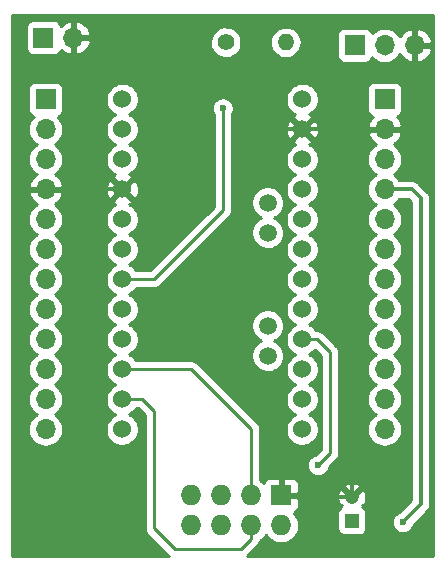
<source format=gbl>
G04 #@! TF.FileFunction,Copper,L2,Bot,Signal*
%FSLAX46Y46*%
G04 Gerber Fmt 4.6, Leading zero omitted, Abs format (unit mm)*
G04 Created by KiCad (PCBNEW 4.0.6-e0-6349~53~ubuntu16.04.1) date Mon Jun 26 21:18:09 2017*
%MOMM*%
%LPD*%
G01*
G04 APERTURE LIST*
%ADD10C,0.200000*%
%ADD11C,1.524000*%
%ADD12C,1.500000*%
%ADD13R,1.700000X1.700000*%
%ADD14O,1.700000X1.700000*%
%ADD15R,1.200000X1.200000*%
%ADD16C,1.200000*%
%ADD17O,1.727200X1.727200*%
%ADD18R,1.727200X1.727200*%
%ADD19C,1.400000*%
%ADD20O,1.400000X1.400000*%
%ADD21C,0.600000*%
%ADD22C,0.300000*%
%ADD23C,0.250000*%
%ADD24C,0.254000*%
G04 APERTURE END LIST*
D10*
D11*
X132207000Y-65278000D03*
X132207000Y-67818000D03*
X132207000Y-70358000D03*
X132207000Y-72898000D03*
X132207000Y-75438000D03*
X132207000Y-77978000D03*
X132207000Y-80518000D03*
X132207000Y-83058000D03*
X132207000Y-85598000D03*
X132207000Y-88138000D03*
X132207000Y-90678000D03*
X132207000Y-93218000D03*
X147447000Y-65278000D03*
X147447000Y-67818000D03*
X147447000Y-70358000D03*
X147447000Y-72898000D03*
X147447000Y-75438000D03*
X147447000Y-77978000D03*
X147447000Y-80518000D03*
X147447000Y-83058000D03*
X147447000Y-85598000D03*
X147447000Y-88138000D03*
X147447000Y-90678000D03*
X147447000Y-93218000D03*
D12*
X144526000Y-74041000D03*
X144526000Y-76581000D03*
X144526000Y-84455000D03*
X144526000Y-86995000D03*
D13*
X125539500Y-60071000D03*
D14*
X128079500Y-60071000D03*
D15*
X151638000Y-100965000D03*
D16*
X151638000Y-98965000D03*
D13*
X125730000Y-65278000D03*
D14*
X125730000Y-67818000D03*
X125730000Y-70358000D03*
X125730000Y-72898000D03*
X125730000Y-75438000D03*
X125730000Y-77978000D03*
X125730000Y-80518000D03*
X125730000Y-83058000D03*
X125730000Y-85598000D03*
X125730000Y-88138000D03*
X125730000Y-90678000D03*
X125730000Y-93218000D03*
D13*
X151892000Y-60706000D03*
D14*
X154432000Y-60706000D03*
X156972000Y-60706000D03*
D13*
X154432000Y-65278000D03*
D14*
X154432000Y-67818000D03*
X154432000Y-70358000D03*
X154432000Y-72898000D03*
X154432000Y-75438000D03*
X154432000Y-77978000D03*
X154432000Y-80518000D03*
X154432000Y-83058000D03*
X154432000Y-85598000D03*
X154432000Y-88138000D03*
X154432000Y-90678000D03*
X154432000Y-93218000D03*
D17*
X138049000Y-98806000D03*
X138049000Y-101346000D03*
X140589000Y-98806000D03*
X140589000Y-101346000D03*
X143129000Y-98806000D03*
X143129000Y-101346000D03*
D18*
X145669000Y-98806000D03*
D17*
X145669000Y-101346000D03*
D19*
X140970000Y-60452000D03*
D20*
X146050000Y-60452000D03*
D21*
X155956000Y-101092000D03*
X140716000Y-66040000D03*
X148780500Y-96266000D03*
D22*
X156718000Y-72898000D02*
X154432000Y-72898000D01*
X157480000Y-73660000D02*
X156718000Y-72898000D01*
X157480000Y-99568000D02*
X157480000Y-73660000D01*
X155956000Y-101092000D02*
X157480000Y-99568000D01*
X128079500Y-60071000D02*
X137985500Y-60071000D01*
X145732500Y-67818000D02*
X147447000Y-67818000D01*
X137985500Y-60071000D02*
X145732500Y-67818000D01*
X153416000Y-67818000D02*
X154432000Y-67818000D01*
X151638000Y-69596000D02*
X153416000Y-67818000D01*
X151638000Y-98965000D02*
X151638000Y-69596000D01*
X156972000Y-60706000D02*
X156972000Y-66802000D01*
X156972000Y-66802000D02*
X155956000Y-67818000D01*
X155956000Y-67818000D02*
X154432000Y-67818000D01*
X147447000Y-67818000D02*
X147447000Y-67691000D01*
X151638000Y-98965000D02*
X145828000Y-98965000D01*
X145828000Y-98965000D02*
X145669000Y-98806000D01*
X132207000Y-72898000D02*
X125730000Y-72898000D01*
X147447000Y-67818000D02*
X154432000Y-67818000D01*
D23*
X132207000Y-80518000D02*
X134874000Y-80518000D01*
X140716000Y-74676000D02*
X140716000Y-66040000D01*
X134874000Y-80518000D02*
X140716000Y-74676000D01*
X154432000Y-60706000D02*
X154432000Y-61468000D01*
X143129000Y-98806000D02*
X143129000Y-93218000D01*
X138049000Y-88138000D02*
X132207000Y-88138000D01*
X143129000Y-93218000D02*
X138049000Y-88138000D01*
X133858000Y-90678000D02*
X132207000Y-90678000D01*
X134874000Y-91694000D02*
X133858000Y-90678000D01*
X134874000Y-101600000D02*
X134874000Y-91694000D01*
X136652000Y-103378000D02*
X134874000Y-101600000D01*
X142240000Y-103378000D02*
X136652000Y-103378000D01*
X143129000Y-102489000D02*
X142240000Y-103378000D01*
X143129000Y-101346000D02*
X143129000Y-102489000D01*
X148717000Y-85598000D02*
X147447000Y-85598000D01*
X149796500Y-86677500D02*
X148717000Y-85598000D01*
X149796500Y-95250000D02*
X149796500Y-86677500D01*
X148780500Y-96266000D02*
X149796500Y-95250000D01*
D24*
G36*
X158548000Y-103938000D02*
X142750870Y-103938000D01*
X142769846Y-103922852D01*
X142775406Y-103917369D01*
X142775522Y-103917274D01*
X142775611Y-103917166D01*
X142777401Y-103915401D01*
X143666401Y-103026401D01*
X143710968Y-102972145D01*
X143756086Y-102918375D01*
X143758011Y-102914874D01*
X143760548Y-102911785D01*
X143793732Y-102849898D01*
X143827543Y-102788396D01*
X143828751Y-102784588D01*
X143830640Y-102781065D01*
X143851167Y-102713923D01*
X143872392Y-102647013D01*
X143872780Y-102643550D01*
X143965564Y-102594216D01*
X144192216Y-102409363D01*
X144378647Y-102184006D01*
X144398088Y-102148051D01*
X144407774Y-102166578D01*
X144591040Y-102394515D01*
X144815089Y-102582515D01*
X145071388Y-102723416D01*
X145350173Y-102811852D01*
X145640825Y-102844454D01*
X145661749Y-102844600D01*
X145676251Y-102844600D01*
X145967331Y-102816059D01*
X146247323Y-102731525D01*
X146505564Y-102594216D01*
X146732216Y-102409363D01*
X146918647Y-102184006D01*
X147057755Y-101926731D01*
X147144242Y-101647335D01*
X147174814Y-101356462D01*
X147148307Y-101065190D01*
X147065729Y-100784615D01*
X146930226Y-100525422D01*
X146746960Y-100297485D01*
X146723537Y-100277830D01*
X146833385Y-100232330D01*
X146937389Y-100162837D01*
X147025837Y-100074389D01*
X147095330Y-99970385D01*
X147143197Y-99854823D01*
X147167600Y-99732142D01*
X147167600Y-99091750D01*
X147119288Y-99043438D01*
X150399505Y-99043438D01*
X150438605Y-99283549D01*
X150523798Y-99511418D01*
X150564652Y-99587852D01*
X150788234Y-99635158D01*
X150671128Y-99752264D01*
X150730166Y-99811302D01*
X150615441Y-99886900D01*
X150498975Y-100023550D01*
X150425190Y-100187237D01*
X150399928Y-100365000D01*
X150399928Y-101565000D01*
X150407992Y-101666121D01*
X150461106Y-101837634D01*
X150559900Y-101987559D01*
X150696550Y-102104025D01*
X150860237Y-102177810D01*
X151038000Y-102203072D01*
X152238000Y-102203072D01*
X152339121Y-102195008D01*
X152510634Y-102141894D01*
X152660559Y-102043100D01*
X152777025Y-101906450D01*
X152850810Y-101742763D01*
X152876072Y-101565000D01*
X152876072Y-100365000D01*
X152868008Y-100263879D01*
X152814894Y-100092366D01*
X152716100Y-99942441D01*
X152579450Y-99825975D01*
X152546165Y-99810971D01*
X152604872Y-99752264D01*
X152487766Y-99635158D01*
X152711348Y-99587852D01*
X152812237Y-99366484D01*
X152868000Y-99129687D01*
X152876495Y-98886562D01*
X152837395Y-98646451D01*
X152752202Y-98418582D01*
X152711348Y-98342148D01*
X152487764Y-98294841D01*
X151817605Y-98965000D01*
X151831748Y-98979143D01*
X151652143Y-99158748D01*
X151638000Y-99144605D01*
X151623858Y-99158748D01*
X151444253Y-98979143D01*
X151458395Y-98965000D01*
X150788236Y-98294841D01*
X150564652Y-98342148D01*
X150463763Y-98563516D01*
X150408000Y-98800313D01*
X150399505Y-99043438D01*
X147119288Y-99043438D01*
X147008850Y-98933000D01*
X145796000Y-98933000D01*
X145796000Y-98953000D01*
X145542000Y-98953000D01*
X145542000Y-98933000D01*
X145522000Y-98933000D01*
X145522000Y-98679000D01*
X145542000Y-98679000D01*
X145542000Y-97466150D01*
X145796000Y-97466150D01*
X145796000Y-98679000D01*
X147008850Y-98679000D01*
X147167600Y-98520250D01*
X147167600Y-98115236D01*
X150967841Y-98115236D01*
X151638000Y-98785395D01*
X152308159Y-98115236D01*
X152260852Y-97891652D01*
X152039484Y-97790763D01*
X151802687Y-97735000D01*
X151559562Y-97726505D01*
X151319451Y-97765605D01*
X151091582Y-97850798D01*
X151015148Y-97891652D01*
X150967841Y-98115236D01*
X147167600Y-98115236D01*
X147167600Y-97879858D01*
X147143197Y-97757177D01*
X147095330Y-97641615D01*
X147025837Y-97537611D01*
X146937389Y-97449163D01*
X146833385Y-97379670D01*
X146717823Y-97331803D01*
X146595142Y-97307400D01*
X145954750Y-97307400D01*
X145796000Y-97466150D01*
X145542000Y-97466150D01*
X145383250Y-97307400D01*
X144742858Y-97307400D01*
X144620177Y-97331803D01*
X144504615Y-97379670D01*
X144400611Y-97449163D01*
X144312163Y-97537611D01*
X144242670Y-97641615D01*
X144197844Y-97749836D01*
X143982911Y-97569485D01*
X143889000Y-97517857D01*
X143889000Y-93218000D01*
X143882148Y-93148119D01*
X143876031Y-93078197D01*
X143874916Y-93074359D01*
X143874526Y-93070382D01*
X143854246Y-93003212D01*
X143834650Y-92935761D01*
X143832809Y-92932210D01*
X143831655Y-92928387D01*
X143798710Y-92866426D01*
X143766390Y-92804075D01*
X143763897Y-92800952D01*
X143762020Y-92797422D01*
X143717645Y-92743013D01*
X143673852Y-92688154D01*
X143668369Y-92682594D01*
X143668274Y-92682478D01*
X143668166Y-92682389D01*
X143666401Y-92680599D01*
X138586401Y-87600599D01*
X138532145Y-87556032D01*
X138478375Y-87510914D01*
X138474874Y-87508989D01*
X138471785Y-87506452D01*
X138409933Y-87473287D01*
X138348396Y-87439457D01*
X138344584Y-87438248D01*
X138341065Y-87436361D01*
X138273969Y-87415848D01*
X138207013Y-87394608D01*
X138203041Y-87394162D01*
X138199219Y-87392994D01*
X138129351Y-87385897D01*
X138059611Y-87378074D01*
X138051806Y-87378020D01*
X138051653Y-87378004D01*
X138051510Y-87378018D01*
X138049000Y-87378000D01*
X133379358Y-87378000D01*
X133294835Y-87250783D01*
X133101790Y-87056385D01*
X132874662Y-86903185D01*
X132793393Y-86869023D01*
X132839923Y-86850975D01*
X133071240Y-86704177D01*
X133269639Y-86515245D01*
X133427561Y-86291375D01*
X133538993Y-86041095D01*
X133599690Y-85773938D01*
X133604059Y-85461017D01*
X133550846Y-85192269D01*
X133446446Y-84938975D01*
X133294835Y-84710783D01*
X133156477Y-84571455D01*
X143139180Y-84571455D01*
X143188211Y-84838605D01*
X143288198Y-85091144D01*
X143435333Y-85319452D01*
X143624011Y-85514834D01*
X143847045Y-85669847D01*
X143972664Y-85724728D01*
X143881230Y-85761670D01*
X143653955Y-85910395D01*
X143459895Y-86100432D01*
X143306443Y-86324543D01*
X143199444Y-86574192D01*
X143142972Y-86839869D01*
X143139180Y-87111455D01*
X143188211Y-87378605D01*
X143288198Y-87631144D01*
X143435333Y-87859452D01*
X143624011Y-88054834D01*
X143847045Y-88209847D01*
X144095941Y-88318586D01*
X144361217Y-88376911D01*
X144632770Y-88382599D01*
X144900256Y-88335434D01*
X145153487Y-88237213D01*
X145382817Y-88091675D01*
X145579511Y-87904366D01*
X145736077Y-87682419D01*
X145846552Y-87434289D01*
X145906727Y-87169426D01*
X145911059Y-86859194D01*
X145858303Y-86592754D01*
X145754799Y-86341636D01*
X145604491Y-86115404D01*
X145413104Y-85922676D01*
X145187927Y-85770792D01*
X145080362Y-85725576D01*
X145153487Y-85697213D01*
X145382817Y-85551675D01*
X145579511Y-85364366D01*
X145736077Y-85142419D01*
X145846552Y-84894289D01*
X145906727Y-84629426D01*
X145911059Y-84319194D01*
X145858303Y-84052754D01*
X145754799Y-83801636D01*
X145604491Y-83575404D01*
X145413104Y-83382676D01*
X145187927Y-83230792D01*
X144937537Y-83125538D01*
X144671472Y-83070923D01*
X144399867Y-83069027D01*
X144133065Y-83119922D01*
X143881230Y-83221670D01*
X143653955Y-83370395D01*
X143459895Y-83560432D01*
X143306443Y-83784543D01*
X143199444Y-84034192D01*
X143142972Y-84299869D01*
X143139180Y-84571455D01*
X133156477Y-84571455D01*
X133101790Y-84516385D01*
X132874662Y-84363185D01*
X132793393Y-84329023D01*
X132839923Y-84310975D01*
X133071240Y-84164177D01*
X133269639Y-83975245D01*
X133427561Y-83751375D01*
X133538993Y-83501095D01*
X133599690Y-83233938D01*
X133604059Y-82921017D01*
X133550846Y-82652269D01*
X133446446Y-82398975D01*
X133294835Y-82170783D01*
X133101790Y-81976385D01*
X132874662Y-81823185D01*
X132793393Y-81789023D01*
X132839923Y-81770975D01*
X133071240Y-81624177D01*
X133269639Y-81435245D01*
X133380563Y-81278000D01*
X134874000Y-81278000D01*
X134943877Y-81271149D01*
X135013803Y-81265031D01*
X135017641Y-81263916D01*
X135021618Y-81263526D01*
X135088821Y-81243236D01*
X135156240Y-81223649D01*
X135159788Y-81221810D01*
X135163613Y-81220655D01*
X135225591Y-81187701D01*
X135287925Y-81155390D01*
X135291048Y-81152897D01*
X135294578Y-81151020D01*
X135348987Y-81106645D01*
X135403846Y-81062852D01*
X135409406Y-81057369D01*
X135409522Y-81057274D01*
X135409611Y-81057166D01*
X135411401Y-81055401D01*
X141253401Y-75213401D01*
X141297968Y-75159145D01*
X141343086Y-75105375D01*
X141345011Y-75101874D01*
X141347548Y-75098785D01*
X141380732Y-75036898D01*
X141414543Y-74975396D01*
X141415751Y-74971588D01*
X141417640Y-74968065D01*
X141438180Y-74900882D01*
X141459392Y-74834013D01*
X141459837Y-74830046D01*
X141461007Y-74826219D01*
X141468109Y-74756301D01*
X141475926Y-74686611D01*
X141475980Y-74678806D01*
X141475996Y-74678653D01*
X141475982Y-74678510D01*
X141476000Y-74676000D01*
X141476000Y-74157455D01*
X143139180Y-74157455D01*
X143188211Y-74424605D01*
X143288198Y-74677144D01*
X143435333Y-74905452D01*
X143624011Y-75100834D01*
X143847045Y-75255847D01*
X143972664Y-75310728D01*
X143881230Y-75347670D01*
X143653955Y-75496395D01*
X143459895Y-75686432D01*
X143306443Y-75910543D01*
X143199444Y-76160192D01*
X143142972Y-76425869D01*
X143139180Y-76697455D01*
X143188211Y-76964605D01*
X143288198Y-77217144D01*
X143435333Y-77445452D01*
X143624011Y-77640834D01*
X143847045Y-77795847D01*
X144095941Y-77904586D01*
X144361217Y-77962911D01*
X144632770Y-77968599D01*
X144900256Y-77921434D01*
X145153487Y-77823213D01*
X145382817Y-77677675D01*
X145579511Y-77490366D01*
X145736077Y-77268419D01*
X145846552Y-77020289D01*
X145906727Y-76755426D01*
X145911059Y-76445194D01*
X145858303Y-76178754D01*
X145754799Y-75927636D01*
X145604491Y-75701404D01*
X145413104Y-75508676D01*
X145187927Y-75356792D01*
X145080362Y-75311576D01*
X145153487Y-75283213D01*
X145382817Y-75137675D01*
X145579511Y-74950366D01*
X145736077Y-74728419D01*
X145846552Y-74480289D01*
X145906727Y-74215426D01*
X145911059Y-73905194D01*
X145858303Y-73638754D01*
X145754799Y-73387636D01*
X145604491Y-73161404D01*
X145413104Y-72968676D01*
X145187927Y-72816792D01*
X144937537Y-72711538D01*
X144671472Y-72656923D01*
X144399867Y-72655027D01*
X144133065Y-72705922D01*
X143881230Y-72807670D01*
X143653955Y-72956395D01*
X143459895Y-73146432D01*
X143306443Y-73370543D01*
X143199444Y-73620192D01*
X143142972Y-73885869D01*
X143139180Y-74157455D01*
X141476000Y-74157455D01*
X141476000Y-70475464D01*
X146048164Y-70475464D01*
X146097620Y-70744928D01*
X146198474Y-70999655D01*
X146346883Y-71229942D01*
X146537196Y-71427016D01*
X146762163Y-71583372D01*
X146862700Y-71627296D01*
X146796644Y-71653984D01*
X146567399Y-71803997D01*
X146371658Y-71995681D01*
X146216877Y-72221734D01*
X146108950Y-72473546D01*
X146051989Y-72741524D01*
X146048164Y-73015464D01*
X146097620Y-73284928D01*
X146198474Y-73539655D01*
X146346883Y-73769942D01*
X146537196Y-73967016D01*
X146762163Y-74123372D01*
X146862700Y-74167296D01*
X146796644Y-74193984D01*
X146567399Y-74343997D01*
X146371658Y-74535681D01*
X146216877Y-74761734D01*
X146108950Y-75013546D01*
X146051989Y-75281524D01*
X146048164Y-75555464D01*
X146097620Y-75824928D01*
X146198474Y-76079655D01*
X146346883Y-76309942D01*
X146537196Y-76507016D01*
X146762163Y-76663372D01*
X146862700Y-76707296D01*
X146796644Y-76733984D01*
X146567399Y-76883997D01*
X146371658Y-77075681D01*
X146216877Y-77301734D01*
X146108950Y-77553546D01*
X146051989Y-77821524D01*
X146048164Y-78095464D01*
X146097620Y-78364928D01*
X146198474Y-78619655D01*
X146346883Y-78849942D01*
X146537196Y-79047016D01*
X146762163Y-79203372D01*
X146862700Y-79247296D01*
X146796644Y-79273984D01*
X146567399Y-79423997D01*
X146371658Y-79615681D01*
X146216877Y-79841734D01*
X146108950Y-80093546D01*
X146051989Y-80361524D01*
X146048164Y-80635464D01*
X146097620Y-80904928D01*
X146198474Y-81159655D01*
X146346883Y-81389942D01*
X146537196Y-81587016D01*
X146762163Y-81743372D01*
X146862700Y-81787296D01*
X146796644Y-81813984D01*
X146567399Y-81963997D01*
X146371658Y-82155681D01*
X146216877Y-82381734D01*
X146108950Y-82633546D01*
X146051989Y-82901524D01*
X146048164Y-83175464D01*
X146097620Y-83444928D01*
X146198474Y-83699655D01*
X146346883Y-83929942D01*
X146537196Y-84127016D01*
X146762163Y-84283372D01*
X146862700Y-84327296D01*
X146796644Y-84353984D01*
X146567399Y-84503997D01*
X146371658Y-84695681D01*
X146216877Y-84921734D01*
X146108950Y-85173546D01*
X146051989Y-85441524D01*
X146048164Y-85715464D01*
X146097620Y-85984928D01*
X146198474Y-86239655D01*
X146346883Y-86469942D01*
X146537196Y-86667016D01*
X146762163Y-86823372D01*
X146862700Y-86867296D01*
X146796644Y-86893984D01*
X146567399Y-87043997D01*
X146371658Y-87235681D01*
X146216877Y-87461734D01*
X146108950Y-87713546D01*
X146051989Y-87981524D01*
X146048164Y-88255464D01*
X146097620Y-88524928D01*
X146198474Y-88779655D01*
X146346883Y-89009942D01*
X146537196Y-89207016D01*
X146762163Y-89363372D01*
X146862700Y-89407296D01*
X146796644Y-89433984D01*
X146567399Y-89583997D01*
X146371658Y-89775681D01*
X146216877Y-90001734D01*
X146108950Y-90253546D01*
X146051989Y-90521524D01*
X146048164Y-90795464D01*
X146097620Y-91064928D01*
X146198474Y-91319655D01*
X146346883Y-91549942D01*
X146537196Y-91747016D01*
X146762163Y-91903372D01*
X146862700Y-91947296D01*
X146796644Y-91973984D01*
X146567399Y-92123997D01*
X146371658Y-92315681D01*
X146216877Y-92541734D01*
X146108950Y-92793546D01*
X146051989Y-93061524D01*
X146048164Y-93335464D01*
X146097620Y-93604928D01*
X146198474Y-93859655D01*
X146346883Y-94089942D01*
X146537196Y-94287016D01*
X146762163Y-94443372D01*
X147013215Y-94553054D01*
X147280789Y-94611884D01*
X147554695Y-94617622D01*
X147824499Y-94570048D01*
X148079923Y-94470975D01*
X148311240Y-94324177D01*
X148509639Y-94135245D01*
X148667561Y-93911375D01*
X148778993Y-93661095D01*
X148839690Y-93393938D01*
X148844059Y-93081017D01*
X148790846Y-92812269D01*
X148686446Y-92558975D01*
X148534835Y-92330783D01*
X148341790Y-92136385D01*
X148114662Y-91983185D01*
X148033393Y-91949023D01*
X148079923Y-91930975D01*
X148311240Y-91784177D01*
X148509639Y-91595245D01*
X148667561Y-91371375D01*
X148778993Y-91121095D01*
X148839690Y-90853938D01*
X148844059Y-90541017D01*
X148790846Y-90272269D01*
X148686446Y-90018975D01*
X148534835Y-89790783D01*
X148341790Y-89596385D01*
X148114662Y-89443185D01*
X148033393Y-89409023D01*
X148079923Y-89390975D01*
X148311240Y-89244177D01*
X148509639Y-89055245D01*
X148667561Y-88831375D01*
X148778993Y-88581095D01*
X148839690Y-88313938D01*
X148844059Y-88001017D01*
X148790846Y-87732269D01*
X148686446Y-87478975D01*
X148534835Y-87250783D01*
X148341790Y-87056385D01*
X148114662Y-86903185D01*
X148033393Y-86869023D01*
X148079923Y-86850975D01*
X148311240Y-86704177D01*
X148509639Y-86515245D01*
X148530240Y-86486042D01*
X149036500Y-86992302D01*
X149036500Y-94935198D01*
X148628628Y-95343070D01*
X148515233Y-95364701D01*
X148345222Y-95433390D01*
X148191791Y-95533793D01*
X148060783Y-95662086D01*
X147957189Y-95813381D01*
X147884954Y-95981916D01*
X147846831Y-96161272D01*
X147844271Y-96344617D01*
X147877372Y-96524968D01*
X147944872Y-96695454D01*
X148044201Y-96849583D01*
X148171576Y-96981484D01*
X148322144Y-97086131D01*
X148490171Y-97159540D01*
X148669257Y-97198915D01*
X148852579Y-97202755D01*
X149033157Y-97170914D01*
X149204110Y-97104606D01*
X149358929Y-97006355D01*
X149491715Y-96879904D01*
X149597411Y-96730070D01*
X149671992Y-96562560D01*
X149705286Y-96416016D01*
X150333901Y-95787401D01*
X150378468Y-95733145D01*
X150423586Y-95679375D01*
X150425511Y-95675874D01*
X150428048Y-95672785D01*
X150461213Y-95610933D01*
X150495043Y-95549396D01*
X150496252Y-95545584D01*
X150498139Y-95542065D01*
X150518652Y-95474969D01*
X150539892Y-95408013D01*
X150540338Y-95404041D01*
X150541506Y-95400219D01*
X150548604Y-95330343D01*
X150556426Y-95260611D01*
X150556480Y-95252806D01*
X150556496Y-95252653D01*
X150556482Y-95252510D01*
X150556500Y-95250000D01*
X150556500Y-86677500D01*
X150549648Y-86607615D01*
X150543531Y-86537698D01*
X150542416Y-86533860D01*
X150542026Y-86529882D01*
X150521743Y-86462700D01*
X150502150Y-86395261D01*
X150500309Y-86391710D01*
X150499155Y-86387887D01*
X150466210Y-86325926D01*
X150433890Y-86263575D01*
X150431397Y-86260452D01*
X150429520Y-86256922D01*
X150385125Y-86202489D01*
X150341352Y-86147655D01*
X150335870Y-86142096D01*
X150335774Y-86141978D01*
X150335665Y-86141888D01*
X150333901Y-86140099D01*
X149254401Y-85060599D01*
X149200145Y-85016032D01*
X149146375Y-84970914D01*
X149142874Y-84968989D01*
X149139785Y-84966452D01*
X149077933Y-84933287D01*
X149016396Y-84899457D01*
X149012584Y-84898248D01*
X149009065Y-84896361D01*
X148941969Y-84875848D01*
X148875013Y-84854608D01*
X148871041Y-84854162D01*
X148867219Y-84852994D01*
X148797351Y-84845897D01*
X148727611Y-84838074D01*
X148719806Y-84838020D01*
X148719653Y-84838004D01*
X148719510Y-84838018D01*
X148717000Y-84838000D01*
X148619358Y-84838000D01*
X148534835Y-84710783D01*
X148341790Y-84516385D01*
X148114662Y-84363185D01*
X148033393Y-84329023D01*
X148079923Y-84310975D01*
X148311240Y-84164177D01*
X148509639Y-83975245D01*
X148667561Y-83751375D01*
X148778993Y-83501095D01*
X148839690Y-83233938D01*
X148844059Y-82921017D01*
X148790846Y-82652269D01*
X148686446Y-82398975D01*
X148534835Y-82170783D01*
X148341790Y-81976385D01*
X148114662Y-81823185D01*
X148033393Y-81789023D01*
X148079923Y-81770975D01*
X148311240Y-81624177D01*
X148509639Y-81435245D01*
X148667561Y-81211375D01*
X148778993Y-80961095D01*
X148839690Y-80693938D01*
X148844059Y-80381017D01*
X148790846Y-80112269D01*
X148686446Y-79858975D01*
X148534835Y-79630783D01*
X148341790Y-79436385D01*
X148114662Y-79283185D01*
X148033393Y-79249023D01*
X148079923Y-79230975D01*
X148311240Y-79084177D01*
X148509639Y-78895245D01*
X148667561Y-78671375D01*
X148778993Y-78421095D01*
X148839690Y-78153938D01*
X148844059Y-77841017D01*
X148790846Y-77572269D01*
X148686446Y-77318975D01*
X148534835Y-77090783D01*
X148341790Y-76896385D01*
X148114662Y-76743185D01*
X148033393Y-76709023D01*
X148079923Y-76690975D01*
X148311240Y-76544177D01*
X148509639Y-76355245D01*
X148667561Y-76131375D01*
X148778993Y-75881095D01*
X148839690Y-75613938D01*
X148844059Y-75301017D01*
X148790846Y-75032269D01*
X148686446Y-74778975D01*
X148534835Y-74550783D01*
X148341790Y-74356385D01*
X148114662Y-74203185D01*
X148033393Y-74169023D01*
X148079923Y-74150975D01*
X148311240Y-74004177D01*
X148509639Y-73815245D01*
X148667561Y-73591375D01*
X148778993Y-73341095D01*
X148839690Y-73073938D01*
X148844059Y-72761017D01*
X148790846Y-72492269D01*
X148686446Y-72238975D01*
X148534835Y-72010783D01*
X148341790Y-71816385D01*
X148114662Y-71663185D01*
X148033393Y-71629023D01*
X148079923Y-71610975D01*
X148311240Y-71464177D01*
X148509639Y-71275245D01*
X148667561Y-71051375D01*
X148778993Y-70801095D01*
X148839690Y-70533938D01*
X148842291Y-70347633D01*
X152939851Y-70347633D01*
X152966118Y-70636261D01*
X153047947Y-70914291D01*
X153182220Y-71171131D01*
X153363823Y-71397000D01*
X153585839Y-71583294D01*
X153666247Y-71627498D01*
X153603029Y-71661112D01*
X153378433Y-71844287D01*
X153193694Y-72067599D01*
X153055848Y-72322539D01*
X152970146Y-72599399D01*
X152939851Y-72887633D01*
X152966118Y-73176261D01*
X153047947Y-73454291D01*
X153182220Y-73711131D01*
X153363823Y-73937000D01*
X153585839Y-74123294D01*
X153666247Y-74167498D01*
X153603029Y-74201112D01*
X153378433Y-74384287D01*
X153193694Y-74607599D01*
X153055848Y-74862539D01*
X152970146Y-75139399D01*
X152939851Y-75427633D01*
X152966118Y-75716261D01*
X153047947Y-75994291D01*
X153182220Y-76251131D01*
X153363823Y-76477000D01*
X153585839Y-76663294D01*
X153666247Y-76707498D01*
X153603029Y-76741112D01*
X153378433Y-76924287D01*
X153193694Y-77147599D01*
X153055848Y-77402539D01*
X152970146Y-77679399D01*
X152939851Y-77967633D01*
X152966118Y-78256261D01*
X153047947Y-78534291D01*
X153182220Y-78791131D01*
X153363823Y-79017000D01*
X153585839Y-79203294D01*
X153666247Y-79247498D01*
X153603029Y-79281112D01*
X153378433Y-79464287D01*
X153193694Y-79687599D01*
X153055848Y-79942539D01*
X152970146Y-80219399D01*
X152939851Y-80507633D01*
X152966118Y-80796261D01*
X153047947Y-81074291D01*
X153182220Y-81331131D01*
X153363823Y-81557000D01*
X153585839Y-81743294D01*
X153666247Y-81787498D01*
X153603029Y-81821112D01*
X153378433Y-82004287D01*
X153193694Y-82227599D01*
X153055848Y-82482539D01*
X152970146Y-82759399D01*
X152939851Y-83047633D01*
X152966118Y-83336261D01*
X153047947Y-83614291D01*
X153182220Y-83871131D01*
X153363823Y-84097000D01*
X153585839Y-84283294D01*
X153666247Y-84327498D01*
X153603029Y-84361112D01*
X153378433Y-84544287D01*
X153193694Y-84767599D01*
X153055848Y-85022539D01*
X152970146Y-85299399D01*
X152939851Y-85587633D01*
X152966118Y-85876261D01*
X153047947Y-86154291D01*
X153182220Y-86411131D01*
X153363823Y-86637000D01*
X153585839Y-86823294D01*
X153666247Y-86867498D01*
X153603029Y-86901112D01*
X153378433Y-87084287D01*
X153193694Y-87307599D01*
X153055848Y-87562539D01*
X152970146Y-87839399D01*
X152939851Y-88127633D01*
X152966118Y-88416261D01*
X153047947Y-88694291D01*
X153182220Y-88951131D01*
X153363823Y-89177000D01*
X153585839Y-89363294D01*
X153666247Y-89407498D01*
X153603029Y-89441112D01*
X153378433Y-89624287D01*
X153193694Y-89847599D01*
X153055848Y-90102539D01*
X152970146Y-90379399D01*
X152939851Y-90667633D01*
X152966118Y-90956261D01*
X153047947Y-91234291D01*
X153182220Y-91491131D01*
X153363823Y-91717000D01*
X153585839Y-91903294D01*
X153666247Y-91947498D01*
X153603029Y-91981112D01*
X153378433Y-92164287D01*
X153193694Y-92387599D01*
X153055848Y-92642539D01*
X152970146Y-92919399D01*
X152939851Y-93207633D01*
X152966118Y-93496261D01*
X153047947Y-93774291D01*
X153182220Y-94031131D01*
X153363823Y-94257000D01*
X153585839Y-94443294D01*
X153839811Y-94582916D01*
X154116066Y-94670549D01*
X154404081Y-94702855D01*
X154424815Y-94703000D01*
X154439185Y-94703000D01*
X154727623Y-94674718D01*
X155005075Y-94590951D01*
X155260971Y-94454888D01*
X155485567Y-94271713D01*
X155670306Y-94048401D01*
X155808152Y-93793461D01*
X155893854Y-93516601D01*
X155924149Y-93228367D01*
X155897882Y-92939739D01*
X155816053Y-92661709D01*
X155681780Y-92404869D01*
X155500177Y-92179000D01*
X155278161Y-91992706D01*
X155197753Y-91948502D01*
X155260971Y-91914888D01*
X155485567Y-91731713D01*
X155670306Y-91508401D01*
X155808152Y-91253461D01*
X155893854Y-90976601D01*
X155924149Y-90688367D01*
X155897882Y-90399739D01*
X155816053Y-90121709D01*
X155681780Y-89864869D01*
X155500177Y-89639000D01*
X155278161Y-89452706D01*
X155197753Y-89408502D01*
X155260971Y-89374888D01*
X155485567Y-89191713D01*
X155670306Y-88968401D01*
X155808152Y-88713461D01*
X155893854Y-88436601D01*
X155924149Y-88148367D01*
X155897882Y-87859739D01*
X155816053Y-87581709D01*
X155681780Y-87324869D01*
X155500177Y-87099000D01*
X155278161Y-86912706D01*
X155197753Y-86868502D01*
X155260971Y-86834888D01*
X155485567Y-86651713D01*
X155670306Y-86428401D01*
X155808152Y-86173461D01*
X155893854Y-85896601D01*
X155924149Y-85608367D01*
X155897882Y-85319739D01*
X155816053Y-85041709D01*
X155681780Y-84784869D01*
X155500177Y-84559000D01*
X155278161Y-84372706D01*
X155197753Y-84328502D01*
X155260971Y-84294888D01*
X155485567Y-84111713D01*
X155670306Y-83888401D01*
X155808152Y-83633461D01*
X155893854Y-83356601D01*
X155924149Y-83068367D01*
X155897882Y-82779739D01*
X155816053Y-82501709D01*
X155681780Y-82244869D01*
X155500177Y-82019000D01*
X155278161Y-81832706D01*
X155197753Y-81788502D01*
X155260971Y-81754888D01*
X155485567Y-81571713D01*
X155670306Y-81348401D01*
X155808152Y-81093461D01*
X155893854Y-80816601D01*
X155924149Y-80528367D01*
X155897882Y-80239739D01*
X155816053Y-79961709D01*
X155681780Y-79704869D01*
X155500177Y-79479000D01*
X155278161Y-79292706D01*
X155197753Y-79248502D01*
X155260971Y-79214888D01*
X155485567Y-79031713D01*
X155670306Y-78808401D01*
X155808152Y-78553461D01*
X155893854Y-78276601D01*
X155924149Y-77988367D01*
X155897882Y-77699739D01*
X155816053Y-77421709D01*
X155681780Y-77164869D01*
X155500177Y-76939000D01*
X155278161Y-76752706D01*
X155197753Y-76708502D01*
X155260971Y-76674888D01*
X155485567Y-76491713D01*
X155670306Y-76268401D01*
X155808152Y-76013461D01*
X155893854Y-75736601D01*
X155924149Y-75448367D01*
X155897882Y-75159739D01*
X155816053Y-74881709D01*
X155681780Y-74624869D01*
X155500177Y-74399000D01*
X155278161Y-74212706D01*
X155197753Y-74168502D01*
X155260971Y-74134888D01*
X155485567Y-73951713D01*
X155670306Y-73728401D01*
X155694854Y-73683000D01*
X156392842Y-73683000D01*
X156695000Y-73985158D01*
X156695000Y-99242843D01*
X155760438Y-100177404D01*
X155690733Y-100190701D01*
X155520722Y-100259390D01*
X155367291Y-100359793D01*
X155236283Y-100488086D01*
X155132689Y-100639381D01*
X155060454Y-100807916D01*
X155022331Y-100987272D01*
X155019771Y-101170617D01*
X155052872Y-101350968D01*
X155120372Y-101521454D01*
X155219701Y-101675583D01*
X155347076Y-101807484D01*
X155497644Y-101912131D01*
X155665671Y-101985540D01*
X155844757Y-102024915D01*
X156028079Y-102028755D01*
X156208657Y-101996914D01*
X156379610Y-101930606D01*
X156534429Y-101832355D01*
X156667215Y-101705904D01*
X156772911Y-101556070D01*
X156847492Y-101388560D01*
X156870392Y-101287766D01*
X158035078Y-100123079D01*
X158081108Y-100067042D01*
X158127714Y-100011499D01*
X158129700Y-100007886D01*
X158132323Y-100004693D01*
X158166627Y-99940716D01*
X158201521Y-99877244D01*
X158202768Y-99873314D01*
X158204720Y-99869673D01*
X158225915Y-99800345D01*
X158247846Y-99731211D01*
X158248307Y-99727103D01*
X158249512Y-99723161D01*
X158256836Y-99651056D01*
X158264923Y-99578960D01*
X158264980Y-99570891D01*
X158264995Y-99570740D01*
X158264982Y-99570600D01*
X158265000Y-99568000D01*
X158265000Y-73660000D01*
X158257922Y-73587817D01*
X158251604Y-73515598D01*
X158250453Y-73511636D01*
X158250050Y-73507526D01*
X158229079Y-73438065D01*
X158208861Y-73368476D01*
X158206963Y-73364814D01*
X158205769Y-73360860D01*
X158171729Y-73296841D01*
X158138357Y-73232459D01*
X158135780Y-73229231D01*
X158133843Y-73225588D01*
X158087993Y-73169369D01*
X158042774Y-73112726D01*
X158037110Y-73106982D01*
X158037013Y-73106862D01*
X158036903Y-73106771D01*
X158035079Y-73104921D01*
X157273079Y-72342921D01*
X157217034Y-72296885D01*
X157161499Y-72250286D01*
X157157883Y-72248298D01*
X157154692Y-72245677D01*
X157090755Y-72211394D01*
X157027244Y-72176479D01*
X157023312Y-72175232D01*
X157019672Y-72173280D01*
X156950359Y-72152089D01*
X156881211Y-72130154D01*
X156877103Y-72129693D01*
X156873161Y-72128488D01*
X156801056Y-72121164D01*
X156728960Y-72113077D01*
X156720891Y-72113020D01*
X156720740Y-72113005D01*
X156720600Y-72113018D01*
X156718000Y-72113000D01*
X155696487Y-72113000D01*
X155681780Y-72084869D01*
X155500177Y-71859000D01*
X155278161Y-71672706D01*
X155197753Y-71628502D01*
X155260971Y-71594888D01*
X155485567Y-71411713D01*
X155670306Y-71188401D01*
X155808152Y-70933461D01*
X155893854Y-70656601D01*
X155924149Y-70368367D01*
X155897882Y-70079739D01*
X155816053Y-69801709D01*
X155681780Y-69544869D01*
X155500177Y-69319000D01*
X155278161Y-69132706D01*
X155192111Y-69085400D01*
X155313355Y-69013178D01*
X155529588Y-68818269D01*
X155703641Y-68584920D01*
X155828825Y-68322099D01*
X155873476Y-68174890D01*
X155752155Y-67945000D01*
X154559000Y-67945000D01*
X154559000Y-67965000D01*
X154305000Y-67965000D01*
X154305000Y-67945000D01*
X153111845Y-67945000D01*
X152990524Y-68174890D01*
X153035175Y-68322099D01*
X153160359Y-68584920D01*
X153334412Y-68818269D01*
X153550645Y-69013178D01*
X153671090Y-69084923D01*
X153603029Y-69121112D01*
X153378433Y-69304287D01*
X153193694Y-69527599D01*
X153055848Y-69782539D01*
X152970146Y-70059399D01*
X152939851Y-70347633D01*
X148842291Y-70347633D01*
X148844059Y-70221017D01*
X148790846Y-69952269D01*
X148686446Y-69698975D01*
X148534835Y-69470783D01*
X148341790Y-69276385D01*
X148114662Y-69123185D01*
X148036731Y-69090426D01*
X148050023Y-69085636D01*
X148165980Y-69023656D01*
X148232960Y-68783565D01*
X147447000Y-67997605D01*
X146661040Y-68783565D01*
X146728020Y-69023656D01*
X146863054Y-69087153D01*
X146796644Y-69113984D01*
X146567399Y-69263997D01*
X146371658Y-69455681D01*
X146216877Y-69681734D01*
X146108950Y-69933546D01*
X146051989Y-70201524D01*
X146048164Y-70475464D01*
X141476000Y-70475464D01*
X141476000Y-67890017D01*
X146045090Y-67890017D01*
X146086078Y-68162133D01*
X146179364Y-68421023D01*
X146241344Y-68536980D01*
X146481435Y-68603960D01*
X147267395Y-67818000D01*
X147626605Y-67818000D01*
X148412565Y-68603960D01*
X148652656Y-68536980D01*
X148769756Y-68287952D01*
X148836023Y-68020865D01*
X148848910Y-67745983D01*
X148807922Y-67473867D01*
X148714636Y-67214977D01*
X148652656Y-67099020D01*
X148412565Y-67032040D01*
X147626605Y-67818000D01*
X147267395Y-67818000D01*
X146481435Y-67032040D01*
X146241344Y-67099020D01*
X146124244Y-67348048D01*
X146057977Y-67615135D01*
X146045090Y-67890017D01*
X141476000Y-67890017D01*
X141476000Y-66584747D01*
X141532911Y-66504070D01*
X141607492Y-66336560D01*
X141648116Y-66157754D01*
X141651040Y-65948319D01*
X141615425Y-65768448D01*
X141545550Y-65598920D01*
X141444079Y-65446193D01*
X141393703Y-65395464D01*
X146048164Y-65395464D01*
X146097620Y-65664928D01*
X146198474Y-65919655D01*
X146346883Y-66149942D01*
X146537196Y-66347016D01*
X146762163Y-66503372D01*
X146858086Y-66545280D01*
X146843977Y-66550364D01*
X146728020Y-66612344D01*
X146661040Y-66852435D01*
X147447000Y-67638395D01*
X148232960Y-66852435D01*
X148165980Y-66612344D01*
X148032257Y-66549464D01*
X148079923Y-66530975D01*
X148311240Y-66384177D01*
X148509639Y-66195245D01*
X148667561Y-65971375D01*
X148778993Y-65721095D01*
X148839690Y-65453938D01*
X148844059Y-65141017D01*
X148790846Y-64872269D01*
X148686446Y-64618975D01*
X148559563Y-64428000D01*
X152943928Y-64428000D01*
X152943928Y-66128000D01*
X152951992Y-66229121D01*
X153005106Y-66400634D01*
X153103900Y-66550559D01*
X153240550Y-66667025D01*
X153404237Y-66740810D01*
X153417636Y-66742714D01*
X153334412Y-66817731D01*
X153160359Y-67051080D01*
X153035175Y-67313901D01*
X152990524Y-67461110D01*
X153111845Y-67691000D01*
X154305000Y-67691000D01*
X154305000Y-67671000D01*
X154559000Y-67671000D01*
X154559000Y-67691000D01*
X155752155Y-67691000D01*
X155873476Y-67461110D01*
X155828825Y-67313901D01*
X155703641Y-67051080D01*
X155529588Y-66817731D01*
X155442821Y-66739520D01*
X155554634Y-66704894D01*
X155704559Y-66606100D01*
X155821025Y-66469450D01*
X155894810Y-66305763D01*
X155920072Y-66128000D01*
X155920072Y-64428000D01*
X155912008Y-64326879D01*
X155858894Y-64155366D01*
X155760100Y-64005441D01*
X155623450Y-63888975D01*
X155459763Y-63815190D01*
X155282000Y-63789928D01*
X153582000Y-63789928D01*
X153480879Y-63797992D01*
X153309366Y-63851106D01*
X153159441Y-63949900D01*
X153042975Y-64086550D01*
X152969190Y-64250237D01*
X152943928Y-64428000D01*
X148559563Y-64428000D01*
X148534835Y-64390783D01*
X148341790Y-64196385D01*
X148114662Y-64043185D01*
X147862103Y-63937019D01*
X147593733Y-63881931D01*
X147319774Y-63880018D01*
X147050661Y-63931354D01*
X146796644Y-64033984D01*
X146567399Y-64183997D01*
X146371658Y-64375681D01*
X146216877Y-64601734D01*
X146108950Y-64853546D01*
X146051989Y-65121524D01*
X146048164Y-65395464D01*
X141393703Y-65395464D01*
X141314875Y-65316084D01*
X141162860Y-65213549D01*
X140993825Y-65142493D01*
X140814207Y-65105623D01*
X140630849Y-65104343D01*
X140450733Y-65138701D01*
X140280722Y-65207390D01*
X140127291Y-65307793D01*
X139996283Y-65436086D01*
X139892689Y-65587381D01*
X139820454Y-65755916D01*
X139782331Y-65935272D01*
X139779771Y-66118617D01*
X139812872Y-66298968D01*
X139880372Y-66469454D01*
X139956000Y-66586806D01*
X139956000Y-74361198D01*
X134559198Y-79758000D01*
X133379358Y-79758000D01*
X133294835Y-79630783D01*
X133101790Y-79436385D01*
X132874662Y-79283185D01*
X132793393Y-79249023D01*
X132839923Y-79230975D01*
X133071240Y-79084177D01*
X133269639Y-78895245D01*
X133427561Y-78671375D01*
X133538993Y-78421095D01*
X133599690Y-78153938D01*
X133604059Y-77841017D01*
X133550846Y-77572269D01*
X133446446Y-77318975D01*
X133294835Y-77090783D01*
X133101790Y-76896385D01*
X132874662Y-76743185D01*
X132793393Y-76709023D01*
X132839923Y-76690975D01*
X133071240Y-76544177D01*
X133269639Y-76355245D01*
X133427561Y-76131375D01*
X133538993Y-75881095D01*
X133599690Y-75613938D01*
X133604059Y-75301017D01*
X133550846Y-75032269D01*
X133446446Y-74778975D01*
X133294835Y-74550783D01*
X133101790Y-74356385D01*
X132874662Y-74203185D01*
X132796731Y-74170426D01*
X132810023Y-74165636D01*
X132925980Y-74103656D01*
X132992960Y-73863565D01*
X132207000Y-73077605D01*
X131421040Y-73863565D01*
X131488020Y-74103656D01*
X131623054Y-74167153D01*
X131556644Y-74193984D01*
X131327399Y-74343997D01*
X131131658Y-74535681D01*
X130976877Y-74761734D01*
X130868950Y-75013546D01*
X130811989Y-75281524D01*
X130808164Y-75555464D01*
X130857620Y-75824928D01*
X130958474Y-76079655D01*
X131106883Y-76309942D01*
X131297196Y-76507016D01*
X131522163Y-76663372D01*
X131622700Y-76707296D01*
X131556644Y-76733984D01*
X131327399Y-76883997D01*
X131131658Y-77075681D01*
X130976877Y-77301734D01*
X130868950Y-77553546D01*
X130811989Y-77821524D01*
X130808164Y-78095464D01*
X130857620Y-78364928D01*
X130958474Y-78619655D01*
X131106883Y-78849942D01*
X131297196Y-79047016D01*
X131522163Y-79203372D01*
X131622700Y-79247296D01*
X131556644Y-79273984D01*
X131327399Y-79423997D01*
X131131658Y-79615681D01*
X130976877Y-79841734D01*
X130868950Y-80093546D01*
X130811989Y-80361524D01*
X130808164Y-80635464D01*
X130857620Y-80904928D01*
X130958474Y-81159655D01*
X131106883Y-81389942D01*
X131297196Y-81587016D01*
X131522163Y-81743372D01*
X131622700Y-81787296D01*
X131556644Y-81813984D01*
X131327399Y-81963997D01*
X131131658Y-82155681D01*
X130976877Y-82381734D01*
X130868950Y-82633546D01*
X130811989Y-82901524D01*
X130808164Y-83175464D01*
X130857620Y-83444928D01*
X130958474Y-83699655D01*
X131106883Y-83929942D01*
X131297196Y-84127016D01*
X131522163Y-84283372D01*
X131622700Y-84327296D01*
X131556644Y-84353984D01*
X131327399Y-84503997D01*
X131131658Y-84695681D01*
X130976877Y-84921734D01*
X130868950Y-85173546D01*
X130811989Y-85441524D01*
X130808164Y-85715464D01*
X130857620Y-85984928D01*
X130958474Y-86239655D01*
X131106883Y-86469942D01*
X131297196Y-86667016D01*
X131522163Y-86823372D01*
X131622700Y-86867296D01*
X131556644Y-86893984D01*
X131327399Y-87043997D01*
X131131658Y-87235681D01*
X130976877Y-87461734D01*
X130868950Y-87713546D01*
X130811989Y-87981524D01*
X130808164Y-88255464D01*
X130857620Y-88524928D01*
X130958474Y-88779655D01*
X131106883Y-89009942D01*
X131297196Y-89207016D01*
X131522163Y-89363372D01*
X131622700Y-89407296D01*
X131556644Y-89433984D01*
X131327399Y-89583997D01*
X131131658Y-89775681D01*
X130976877Y-90001734D01*
X130868950Y-90253546D01*
X130811989Y-90521524D01*
X130808164Y-90795464D01*
X130857620Y-91064928D01*
X130958474Y-91319655D01*
X131106883Y-91549942D01*
X131297196Y-91747016D01*
X131522163Y-91903372D01*
X131622700Y-91947296D01*
X131556644Y-91973984D01*
X131327399Y-92123997D01*
X131131658Y-92315681D01*
X130976877Y-92541734D01*
X130868950Y-92793546D01*
X130811989Y-93061524D01*
X130808164Y-93335464D01*
X130857620Y-93604928D01*
X130958474Y-93859655D01*
X131106883Y-94089942D01*
X131297196Y-94287016D01*
X131522163Y-94443372D01*
X131773215Y-94553054D01*
X132040789Y-94611884D01*
X132314695Y-94617622D01*
X132584499Y-94570048D01*
X132839923Y-94470975D01*
X133071240Y-94324177D01*
X133269639Y-94135245D01*
X133427561Y-93911375D01*
X133538993Y-93661095D01*
X133599690Y-93393938D01*
X133604059Y-93081017D01*
X133550846Y-92812269D01*
X133446446Y-92558975D01*
X133294835Y-92330783D01*
X133101790Y-92136385D01*
X132874662Y-91983185D01*
X132793393Y-91949023D01*
X132839923Y-91930975D01*
X133071240Y-91784177D01*
X133269639Y-91595245D01*
X133380563Y-91438000D01*
X133543198Y-91438000D01*
X134114000Y-92008802D01*
X134114000Y-101600000D01*
X134120851Y-101669877D01*
X134126969Y-101739803D01*
X134128084Y-101743641D01*
X134128474Y-101747618D01*
X134148764Y-101814821D01*
X134168351Y-101882240D01*
X134170190Y-101885788D01*
X134171345Y-101889613D01*
X134204299Y-101951591D01*
X134236610Y-102013925D01*
X134239103Y-102017048D01*
X134240980Y-102020578D01*
X134285355Y-102074987D01*
X134329148Y-102129846D01*
X134334631Y-102135406D01*
X134334726Y-102135522D01*
X134334834Y-102135611D01*
X134336599Y-102137401D01*
X136114599Y-103915401D01*
X136142111Y-103938000D01*
X122884000Y-103938000D01*
X122884000Y-75427633D01*
X124237851Y-75427633D01*
X124264118Y-75716261D01*
X124345947Y-75994291D01*
X124480220Y-76251131D01*
X124661823Y-76477000D01*
X124883839Y-76663294D01*
X124964247Y-76707498D01*
X124901029Y-76741112D01*
X124676433Y-76924287D01*
X124491694Y-77147599D01*
X124353848Y-77402539D01*
X124268146Y-77679399D01*
X124237851Y-77967633D01*
X124264118Y-78256261D01*
X124345947Y-78534291D01*
X124480220Y-78791131D01*
X124661823Y-79017000D01*
X124883839Y-79203294D01*
X124964247Y-79247498D01*
X124901029Y-79281112D01*
X124676433Y-79464287D01*
X124491694Y-79687599D01*
X124353848Y-79942539D01*
X124268146Y-80219399D01*
X124237851Y-80507633D01*
X124264118Y-80796261D01*
X124345947Y-81074291D01*
X124480220Y-81331131D01*
X124661823Y-81557000D01*
X124883839Y-81743294D01*
X124964247Y-81787498D01*
X124901029Y-81821112D01*
X124676433Y-82004287D01*
X124491694Y-82227599D01*
X124353848Y-82482539D01*
X124268146Y-82759399D01*
X124237851Y-83047633D01*
X124264118Y-83336261D01*
X124345947Y-83614291D01*
X124480220Y-83871131D01*
X124661823Y-84097000D01*
X124883839Y-84283294D01*
X124964247Y-84327498D01*
X124901029Y-84361112D01*
X124676433Y-84544287D01*
X124491694Y-84767599D01*
X124353848Y-85022539D01*
X124268146Y-85299399D01*
X124237851Y-85587633D01*
X124264118Y-85876261D01*
X124345947Y-86154291D01*
X124480220Y-86411131D01*
X124661823Y-86637000D01*
X124883839Y-86823294D01*
X124964247Y-86867498D01*
X124901029Y-86901112D01*
X124676433Y-87084287D01*
X124491694Y-87307599D01*
X124353848Y-87562539D01*
X124268146Y-87839399D01*
X124237851Y-88127633D01*
X124264118Y-88416261D01*
X124345947Y-88694291D01*
X124480220Y-88951131D01*
X124661823Y-89177000D01*
X124883839Y-89363294D01*
X124964247Y-89407498D01*
X124901029Y-89441112D01*
X124676433Y-89624287D01*
X124491694Y-89847599D01*
X124353848Y-90102539D01*
X124268146Y-90379399D01*
X124237851Y-90667633D01*
X124264118Y-90956261D01*
X124345947Y-91234291D01*
X124480220Y-91491131D01*
X124661823Y-91717000D01*
X124883839Y-91903294D01*
X124964247Y-91947498D01*
X124901029Y-91981112D01*
X124676433Y-92164287D01*
X124491694Y-92387599D01*
X124353848Y-92642539D01*
X124268146Y-92919399D01*
X124237851Y-93207633D01*
X124264118Y-93496261D01*
X124345947Y-93774291D01*
X124480220Y-94031131D01*
X124661823Y-94257000D01*
X124883839Y-94443294D01*
X125137811Y-94582916D01*
X125414066Y-94670549D01*
X125702081Y-94702855D01*
X125722815Y-94703000D01*
X125737185Y-94703000D01*
X126025623Y-94674718D01*
X126303075Y-94590951D01*
X126558971Y-94454888D01*
X126783567Y-94271713D01*
X126968306Y-94048401D01*
X127106152Y-93793461D01*
X127191854Y-93516601D01*
X127222149Y-93228367D01*
X127195882Y-92939739D01*
X127114053Y-92661709D01*
X126979780Y-92404869D01*
X126798177Y-92179000D01*
X126576161Y-91992706D01*
X126495753Y-91948502D01*
X126558971Y-91914888D01*
X126783567Y-91731713D01*
X126968306Y-91508401D01*
X127106152Y-91253461D01*
X127191854Y-90976601D01*
X127222149Y-90688367D01*
X127195882Y-90399739D01*
X127114053Y-90121709D01*
X126979780Y-89864869D01*
X126798177Y-89639000D01*
X126576161Y-89452706D01*
X126495753Y-89408502D01*
X126558971Y-89374888D01*
X126783567Y-89191713D01*
X126968306Y-88968401D01*
X127106152Y-88713461D01*
X127191854Y-88436601D01*
X127222149Y-88148367D01*
X127195882Y-87859739D01*
X127114053Y-87581709D01*
X126979780Y-87324869D01*
X126798177Y-87099000D01*
X126576161Y-86912706D01*
X126495753Y-86868502D01*
X126558971Y-86834888D01*
X126783567Y-86651713D01*
X126968306Y-86428401D01*
X127106152Y-86173461D01*
X127191854Y-85896601D01*
X127222149Y-85608367D01*
X127195882Y-85319739D01*
X127114053Y-85041709D01*
X126979780Y-84784869D01*
X126798177Y-84559000D01*
X126576161Y-84372706D01*
X126495753Y-84328502D01*
X126558971Y-84294888D01*
X126783567Y-84111713D01*
X126968306Y-83888401D01*
X127106152Y-83633461D01*
X127191854Y-83356601D01*
X127222149Y-83068367D01*
X127195882Y-82779739D01*
X127114053Y-82501709D01*
X126979780Y-82244869D01*
X126798177Y-82019000D01*
X126576161Y-81832706D01*
X126495753Y-81788502D01*
X126558971Y-81754888D01*
X126783567Y-81571713D01*
X126968306Y-81348401D01*
X127106152Y-81093461D01*
X127191854Y-80816601D01*
X127222149Y-80528367D01*
X127195882Y-80239739D01*
X127114053Y-79961709D01*
X126979780Y-79704869D01*
X126798177Y-79479000D01*
X126576161Y-79292706D01*
X126495753Y-79248502D01*
X126558971Y-79214888D01*
X126783567Y-79031713D01*
X126968306Y-78808401D01*
X127106152Y-78553461D01*
X127191854Y-78276601D01*
X127222149Y-77988367D01*
X127195882Y-77699739D01*
X127114053Y-77421709D01*
X126979780Y-77164869D01*
X126798177Y-76939000D01*
X126576161Y-76752706D01*
X126495753Y-76708502D01*
X126558971Y-76674888D01*
X126783567Y-76491713D01*
X126968306Y-76268401D01*
X127106152Y-76013461D01*
X127191854Y-75736601D01*
X127222149Y-75448367D01*
X127195882Y-75159739D01*
X127114053Y-74881709D01*
X126979780Y-74624869D01*
X126798177Y-74399000D01*
X126576161Y-74212706D01*
X126490111Y-74165400D01*
X126611355Y-74093178D01*
X126827588Y-73898269D01*
X127001641Y-73664920D01*
X127126825Y-73402099D01*
X127171476Y-73254890D01*
X127050155Y-73025000D01*
X125857000Y-73025000D01*
X125857000Y-73045000D01*
X125603000Y-73045000D01*
X125603000Y-73025000D01*
X124409845Y-73025000D01*
X124288524Y-73254890D01*
X124333175Y-73402099D01*
X124458359Y-73664920D01*
X124632412Y-73898269D01*
X124848645Y-74093178D01*
X124969090Y-74164923D01*
X124901029Y-74201112D01*
X124676433Y-74384287D01*
X124491694Y-74607599D01*
X124353848Y-74862539D01*
X124268146Y-75139399D01*
X124237851Y-75427633D01*
X122884000Y-75427633D01*
X122884000Y-72970017D01*
X130805090Y-72970017D01*
X130846078Y-73242133D01*
X130939364Y-73501023D01*
X131001344Y-73616980D01*
X131241435Y-73683960D01*
X132027395Y-72898000D01*
X132386605Y-72898000D01*
X133172565Y-73683960D01*
X133412656Y-73616980D01*
X133529756Y-73367952D01*
X133596023Y-73100865D01*
X133608910Y-72825983D01*
X133567922Y-72553867D01*
X133474636Y-72294977D01*
X133412656Y-72179020D01*
X133172565Y-72112040D01*
X132386605Y-72898000D01*
X132027395Y-72898000D01*
X131241435Y-72112040D01*
X131001344Y-72179020D01*
X130884244Y-72428048D01*
X130817977Y-72695135D01*
X130805090Y-72970017D01*
X122884000Y-72970017D01*
X122884000Y-67807633D01*
X124237851Y-67807633D01*
X124264118Y-68096261D01*
X124345947Y-68374291D01*
X124480220Y-68631131D01*
X124661823Y-68857000D01*
X124883839Y-69043294D01*
X124964247Y-69087498D01*
X124901029Y-69121112D01*
X124676433Y-69304287D01*
X124491694Y-69527599D01*
X124353848Y-69782539D01*
X124268146Y-70059399D01*
X124237851Y-70347633D01*
X124264118Y-70636261D01*
X124345947Y-70914291D01*
X124480220Y-71171131D01*
X124661823Y-71397000D01*
X124883839Y-71583294D01*
X124969889Y-71630600D01*
X124848645Y-71702822D01*
X124632412Y-71897731D01*
X124458359Y-72131080D01*
X124333175Y-72393901D01*
X124288524Y-72541110D01*
X124409845Y-72771000D01*
X125603000Y-72771000D01*
X125603000Y-72751000D01*
X125857000Y-72751000D01*
X125857000Y-72771000D01*
X127050155Y-72771000D01*
X127171476Y-72541110D01*
X127126825Y-72393901D01*
X127001641Y-72131080D01*
X126827588Y-71897731D01*
X126611355Y-71702822D01*
X126490910Y-71631077D01*
X126558971Y-71594888D01*
X126783567Y-71411713D01*
X126968306Y-71188401D01*
X127106152Y-70933461D01*
X127191854Y-70656601D01*
X127222149Y-70368367D01*
X127195882Y-70079739D01*
X127114053Y-69801709D01*
X126979780Y-69544869D01*
X126798177Y-69319000D01*
X126576161Y-69132706D01*
X126495753Y-69088502D01*
X126558971Y-69054888D01*
X126783567Y-68871713D01*
X126968306Y-68648401D01*
X127106152Y-68393461D01*
X127191854Y-68116601D01*
X127222149Y-67828367D01*
X127195882Y-67539739D01*
X127114053Y-67261709D01*
X126979780Y-67004869D01*
X126798177Y-66779000D01*
X126748349Y-66737189D01*
X126852634Y-66704894D01*
X127002559Y-66606100D01*
X127119025Y-66469450D01*
X127192810Y-66305763D01*
X127218072Y-66128000D01*
X127218072Y-65395464D01*
X130808164Y-65395464D01*
X130857620Y-65664928D01*
X130958474Y-65919655D01*
X131106883Y-66149942D01*
X131297196Y-66347016D01*
X131522163Y-66503372D01*
X131622700Y-66547296D01*
X131556644Y-66573984D01*
X131327399Y-66723997D01*
X131131658Y-66915681D01*
X130976877Y-67141734D01*
X130868950Y-67393546D01*
X130811989Y-67661524D01*
X130808164Y-67935464D01*
X130857620Y-68204928D01*
X130958474Y-68459655D01*
X131106883Y-68689942D01*
X131297196Y-68887016D01*
X131522163Y-69043372D01*
X131622700Y-69087296D01*
X131556644Y-69113984D01*
X131327399Y-69263997D01*
X131131658Y-69455681D01*
X130976877Y-69681734D01*
X130868950Y-69933546D01*
X130811989Y-70201524D01*
X130808164Y-70475464D01*
X130857620Y-70744928D01*
X130958474Y-70999655D01*
X131106883Y-71229942D01*
X131297196Y-71427016D01*
X131522163Y-71583372D01*
X131618086Y-71625280D01*
X131603977Y-71630364D01*
X131488020Y-71692344D01*
X131421040Y-71932435D01*
X132207000Y-72718395D01*
X132992960Y-71932435D01*
X132925980Y-71692344D01*
X132792257Y-71629464D01*
X132839923Y-71610975D01*
X133071240Y-71464177D01*
X133269639Y-71275245D01*
X133427561Y-71051375D01*
X133538993Y-70801095D01*
X133599690Y-70533938D01*
X133604059Y-70221017D01*
X133550846Y-69952269D01*
X133446446Y-69698975D01*
X133294835Y-69470783D01*
X133101790Y-69276385D01*
X132874662Y-69123185D01*
X132793393Y-69089023D01*
X132839923Y-69070975D01*
X133071240Y-68924177D01*
X133269639Y-68735245D01*
X133427561Y-68511375D01*
X133538993Y-68261095D01*
X133599690Y-67993938D01*
X133604059Y-67681017D01*
X133550846Y-67412269D01*
X133446446Y-67158975D01*
X133294835Y-66930783D01*
X133101790Y-66736385D01*
X132874662Y-66583185D01*
X132793393Y-66549023D01*
X132839923Y-66530975D01*
X133071240Y-66384177D01*
X133269639Y-66195245D01*
X133427561Y-65971375D01*
X133538993Y-65721095D01*
X133599690Y-65453938D01*
X133604059Y-65141017D01*
X133550846Y-64872269D01*
X133446446Y-64618975D01*
X133294835Y-64390783D01*
X133101790Y-64196385D01*
X132874662Y-64043185D01*
X132622103Y-63937019D01*
X132353733Y-63881931D01*
X132079774Y-63880018D01*
X131810661Y-63931354D01*
X131556644Y-64033984D01*
X131327399Y-64183997D01*
X131131658Y-64375681D01*
X130976877Y-64601734D01*
X130868950Y-64853546D01*
X130811989Y-65121524D01*
X130808164Y-65395464D01*
X127218072Y-65395464D01*
X127218072Y-64428000D01*
X127210008Y-64326879D01*
X127156894Y-64155366D01*
X127058100Y-64005441D01*
X126921450Y-63888975D01*
X126757763Y-63815190D01*
X126580000Y-63789928D01*
X124880000Y-63789928D01*
X124778879Y-63797992D01*
X124607366Y-63851106D01*
X124457441Y-63949900D01*
X124340975Y-64086550D01*
X124267190Y-64250237D01*
X124241928Y-64428000D01*
X124241928Y-66128000D01*
X124249992Y-66229121D01*
X124303106Y-66400634D01*
X124401900Y-66550559D01*
X124538550Y-66667025D01*
X124702237Y-66740810D01*
X124704776Y-66741171D01*
X124676433Y-66764287D01*
X124491694Y-66987599D01*
X124353848Y-67242539D01*
X124268146Y-67519399D01*
X124237851Y-67807633D01*
X122884000Y-67807633D01*
X122884000Y-59221000D01*
X124051428Y-59221000D01*
X124051428Y-60921000D01*
X124059492Y-61022121D01*
X124112606Y-61193634D01*
X124211400Y-61343559D01*
X124348050Y-61460025D01*
X124511737Y-61533810D01*
X124689500Y-61559072D01*
X126389500Y-61559072D01*
X126490621Y-61551008D01*
X126662134Y-61497894D01*
X126812059Y-61399100D01*
X126928525Y-61262450D01*
X127002310Y-61098763D01*
X127004214Y-61085364D01*
X127079231Y-61168588D01*
X127312580Y-61342641D01*
X127575401Y-61467825D01*
X127722610Y-61512476D01*
X127952500Y-61391155D01*
X127952500Y-60198000D01*
X128206500Y-60198000D01*
X128206500Y-61391155D01*
X128436390Y-61512476D01*
X128583599Y-61467825D01*
X128846420Y-61342641D01*
X129079769Y-61168588D01*
X129274678Y-60952355D01*
X129423657Y-60702252D01*
X129472610Y-60564250D01*
X139633246Y-60564250D01*
X139680507Y-60821756D01*
X139776884Y-61065178D01*
X139918707Y-61285244D01*
X140100574Y-61473572D01*
X140315556Y-61622989D01*
X140555466Y-61727803D01*
X140811166Y-61784023D01*
X141072915Y-61789505D01*
X141330745Y-61744043D01*
X141574834Y-61649367D01*
X141795885Y-61509084D01*
X141985478Y-61328537D01*
X142136392Y-61114603D01*
X142242878Y-60875430D01*
X142300881Y-60620129D01*
X142303359Y-60442680D01*
X144708574Y-60442680D01*
X144732188Y-60702154D01*
X144805751Y-60952100D01*
X144926461Y-61182997D01*
X145089720Y-61386051D01*
X145289310Y-61553527D01*
X145517629Y-61679046D01*
X145765979Y-61757827D01*
X146024901Y-61786870D01*
X146043541Y-61787000D01*
X146056459Y-61787000D01*
X146315762Y-61761575D01*
X146565188Y-61686269D01*
X146795237Y-61563950D01*
X146997146Y-61399277D01*
X147163224Y-61198523D01*
X147287146Y-60969333D01*
X147364192Y-60720439D01*
X147391426Y-60461320D01*
X147367812Y-60201846D01*
X147294249Y-59951900D01*
X147244114Y-59856000D01*
X150403928Y-59856000D01*
X150403928Y-61556000D01*
X150411992Y-61657121D01*
X150465106Y-61828634D01*
X150563900Y-61978559D01*
X150700550Y-62095025D01*
X150864237Y-62168810D01*
X151042000Y-62194072D01*
X152742000Y-62194072D01*
X152843121Y-62186008D01*
X153014634Y-62132894D01*
X153164559Y-62034100D01*
X153281025Y-61897450D01*
X153354810Y-61733763D01*
X153355171Y-61731224D01*
X153378287Y-61759567D01*
X153601599Y-61944306D01*
X153856539Y-62082152D01*
X154133399Y-62167854D01*
X154136725Y-62168204D01*
X154137488Y-62168616D01*
X154279181Y-62212477D01*
X154426694Y-62227981D01*
X154574410Y-62214538D01*
X154716701Y-62172660D01*
X154728402Y-62166543D01*
X154988291Y-62090053D01*
X155245131Y-61955780D01*
X155471000Y-61774177D01*
X155657294Y-61552161D01*
X155704600Y-61466111D01*
X155776822Y-61587355D01*
X155971731Y-61803588D01*
X156205080Y-61977641D01*
X156467901Y-62102825D01*
X156615110Y-62147476D01*
X156845000Y-62026155D01*
X156845000Y-60833000D01*
X157099000Y-60833000D01*
X157099000Y-62026155D01*
X157328890Y-62147476D01*
X157476099Y-62102825D01*
X157738920Y-61977641D01*
X157972269Y-61803588D01*
X158167178Y-61587355D01*
X158316157Y-61337252D01*
X158413481Y-61062891D01*
X158292814Y-60833000D01*
X157099000Y-60833000D01*
X156845000Y-60833000D01*
X156825000Y-60833000D01*
X156825000Y-60579000D01*
X156845000Y-60579000D01*
X156845000Y-59385845D01*
X157099000Y-59385845D01*
X157099000Y-60579000D01*
X158292814Y-60579000D01*
X158413481Y-60349109D01*
X158316157Y-60074748D01*
X158167178Y-59824645D01*
X157972269Y-59608412D01*
X157738920Y-59434359D01*
X157476099Y-59309175D01*
X157328890Y-59264524D01*
X157099000Y-59385845D01*
X156845000Y-59385845D01*
X156615110Y-59264524D01*
X156467901Y-59309175D01*
X156205080Y-59434359D01*
X155971731Y-59608412D01*
X155776822Y-59824645D01*
X155705077Y-59945090D01*
X155668888Y-59877029D01*
X155485713Y-59652433D01*
X155262401Y-59467694D01*
X155007461Y-59329848D01*
X154730601Y-59244146D01*
X154442367Y-59213851D01*
X154153739Y-59240118D01*
X153875709Y-59321947D01*
X153618869Y-59456220D01*
X153393000Y-59637823D01*
X153351189Y-59687651D01*
X153318894Y-59583366D01*
X153220100Y-59433441D01*
X153083450Y-59316975D01*
X152919763Y-59243190D01*
X152742000Y-59217928D01*
X151042000Y-59217928D01*
X150940879Y-59225992D01*
X150769366Y-59279106D01*
X150619441Y-59377900D01*
X150502975Y-59514550D01*
X150429190Y-59678237D01*
X150403928Y-59856000D01*
X147244114Y-59856000D01*
X147173539Y-59721003D01*
X147010280Y-59517949D01*
X146810690Y-59350473D01*
X146582371Y-59224954D01*
X146334021Y-59146173D01*
X146075099Y-59117130D01*
X146056459Y-59117000D01*
X146043541Y-59117000D01*
X145784238Y-59142425D01*
X145534812Y-59217731D01*
X145304763Y-59340050D01*
X145102854Y-59504723D01*
X144936776Y-59705477D01*
X144812854Y-59934667D01*
X144735808Y-60183561D01*
X144708574Y-60442680D01*
X142303359Y-60442680D01*
X142305057Y-60321097D01*
X142254205Y-60064276D01*
X142154438Y-59822223D01*
X142009556Y-59604159D01*
X141825078Y-59418388D01*
X141608030Y-59271988D01*
X141366680Y-59170533D01*
X141110221Y-59117890D01*
X140848420Y-59116062D01*
X140591251Y-59165120D01*
X140348507Y-59263194D01*
X140129437Y-59406550D01*
X139942383Y-59589727D01*
X139794471Y-59805747D01*
X139691334Y-60046383D01*
X139636901Y-60302469D01*
X139633246Y-60564250D01*
X129472610Y-60564250D01*
X129520981Y-60427891D01*
X129400314Y-60198000D01*
X128206500Y-60198000D01*
X127952500Y-60198000D01*
X127932500Y-60198000D01*
X127932500Y-59944000D01*
X127952500Y-59944000D01*
X127952500Y-58750845D01*
X128206500Y-58750845D01*
X128206500Y-59944000D01*
X129400314Y-59944000D01*
X129520981Y-59714109D01*
X129423657Y-59439748D01*
X129274678Y-59189645D01*
X129079769Y-58973412D01*
X128846420Y-58799359D01*
X128583599Y-58674175D01*
X128436390Y-58629524D01*
X128206500Y-58750845D01*
X127952500Y-58750845D01*
X127722610Y-58629524D01*
X127575401Y-58674175D01*
X127312580Y-58799359D01*
X127079231Y-58973412D01*
X127001020Y-59060179D01*
X126966394Y-58948366D01*
X126867600Y-58798441D01*
X126730950Y-58681975D01*
X126567263Y-58608190D01*
X126389500Y-58582928D01*
X124689500Y-58582928D01*
X124588379Y-58590992D01*
X124416866Y-58644106D01*
X124266941Y-58742900D01*
X124150475Y-58879550D01*
X124076690Y-59043237D01*
X124051428Y-59221000D01*
X122884000Y-59221000D01*
X122884000Y-58114000D01*
X158548000Y-58114000D01*
X158548000Y-103938000D01*
X158548000Y-103938000D01*
G37*
X158548000Y-103938000D02*
X142750870Y-103938000D01*
X142769846Y-103922852D01*
X142775406Y-103917369D01*
X142775522Y-103917274D01*
X142775611Y-103917166D01*
X142777401Y-103915401D01*
X143666401Y-103026401D01*
X143710968Y-102972145D01*
X143756086Y-102918375D01*
X143758011Y-102914874D01*
X143760548Y-102911785D01*
X143793732Y-102849898D01*
X143827543Y-102788396D01*
X143828751Y-102784588D01*
X143830640Y-102781065D01*
X143851167Y-102713923D01*
X143872392Y-102647013D01*
X143872780Y-102643550D01*
X143965564Y-102594216D01*
X144192216Y-102409363D01*
X144378647Y-102184006D01*
X144398088Y-102148051D01*
X144407774Y-102166578D01*
X144591040Y-102394515D01*
X144815089Y-102582515D01*
X145071388Y-102723416D01*
X145350173Y-102811852D01*
X145640825Y-102844454D01*
X145661749Y-102844600D01*
X145676251Y-102844600D01*
X145967331Y-102816059D01*
X146247323Y-102731525D01*
X146505564Y-102594216D01*
X146732216Y-102409363D01*
X146918647Y-102184006D01*
X147057755Y-101926731D01*
X147144242Y-101647335D01*
X147174814Y-101356462D01*
X147148307Y-101065190D01*
X147065729Y-100784615D01*
X146930226Y-100525422D01*
X146746960Y-100297485D01*
X146723537Y-100277830D01*
X146833385Y-100232330D01*
X146937389Y-100162837D01*
X147025837Y-100074389D01*
X147095330Y-99970385D01*
X147143197Y-99854823D01*
X147167600Y-99732142D01*
X147167600Y-99091750D01*
X147119288Y-99043438D01*
X150399505Y-99043438D01*
X150438605Y-99283549D01*
X150523798Y-99511418D01*
X150564652Y-99587852D01*
X150788234Y-99635158D01*
X150671128Y-99752264D01*
X150730166Y-99811302D01*
X150615441Y-99886900D01*
X150498975Y-100023550D01*
X150425190Y-100187237D01*
X150399928Y-100365000D01*
X150399928Y-101565000D01*
X150407992Y-101666121D01*
X150461106Y-101837634D01*
X150559900Y-101987559D01*
X150696550Y-102104025D01*
X150860237Y-102177810D01*
X151038000Y-102203072D01*
X152238000Y-102203072D01*
X152339121Y-102195008D01*
X152510634Y-102141894D01*
X152660559Y-102043100D01*
X152777025Y-101906450D01*
X152850810Y-101742763D01*
X152876072Y-101565000D01*
X152876072Y-100365000D01*
X152868008Y-100263879D01*
X152814894Y-100092366D01*
X152716100Y-99942441D01*
X152579450Y-99825975D01*
X152546165Y-99810971D01*
X152604872Y-99752264D01*
X152487766Y-99635158D01*
X152711348Y-99587852D01*
X152812237Y-99366484D01*
X152868000Y-99129687D01*
X152876495Y-98886562D01*
X152837395Y-98646451D01*
X152752202Y-98418582D01*
X152711348Y-98342148D01*
X152487764Y-98294841D01*
X151817605Y-98965000D01*
X151831748Y-98979143D01*
X151652143Y-99158748D01*
X151638000Y-99144605D01*
X151623858Y-99158748D01*
X151444253Y-98979143D01*
X151458395Y-98965000D01*
X150788236Y-98294841D01*
X150564652Y-98342148D01*
X150463763Y-98563516D01*
X150408000Y-98800313D01*
X150399505Y-99043438D01*
X147119288Y-99043438D01*
X147008850Y-98933000D01*
X145796000Y-98933000D01*
X145796000Y-98953000D01*
X145542000Y-98953000D01*
X145542000Y-98933000D01*
X145522000Y-98933000D01*
X145522000Y-98679000D01*
X145542000Y-98679000D01*
X145542000Y-97466150D01*
X145796000Y-97466150D01*
X145796000Y-98679000D01*
X147008850Y-98679000D01*
X147167600Y-98520250D01*
X147167600Y-98115236D01*
X150967841Y-98115236D01*
X151638000Y-98785395D01*
X152308159Y-98115236D01*
X152260852Y-97891652D01*
X152039484Y-97790763D01*
X151802687Y-97735000D01*
X151559562Y-97726505D01*
X151319451Y-97765605D01*
X151091582Y-97850798D01*
X151015148Y-97891652D01*
X150967841Y-98115236D01*
X147167600Y-98115236D01*
X147167600Y-97879858D01*
X147143197Y-97757177D01*
X147095330Y-97641615D01*
X147025837Y-97537611D01*
X146937389Y-97449163D01*
X146833385Y-97379670D01*
X146717823Y-97331803D01*
X146595142Y-97307400D01*
X145954750Y-97307400D01*
X145796000Y-97466150D01*
X145542000Y-97466150D01*
X145383250Y-97307400D01*
X144742858Y-97307400D01*
X144620177Y-97331803D01*
X144504615Y-97379670D01*
X144400611Y-97449163D01*
X144312163Y-97537611D01*
X144242670Y-97641615D01*
X144197844Y-97749836D01*
X143982911Y-97569485D01*
X143889000Y-97517857D01*
X143889000Y-93218000D01*
X143882148Y-93148119D01*
X143876031Y-93078197D01*
X143874916Y-93074359D01*
X143874526Y-93070382D01*
X143854246Y-93003212D01*
X143834650Y-92935761D01*
X143832809Y-92932210D01*
X143831655Y-92928387D01*
X143798710Y-92866426D01*
X143766390Y-92804075D01*
X143763897Y-92800952D01*
X143762020Y-92797422D01*
X143717645Y-92743013D01*
X143673852Y-92688154D01*
X143668369Y-92682594D01*
X143668274Y-92682478D01*
X143668166Y-92682389D01*
X143666401Y-92680599D01*
X138586401Y-87600599D01*
X138532145Y-87556032D01*
X138478375Y-87510914D01*
X138474874Y-87508989D01*
X138471785Y-87506452D01*
X138409933Y-87473287D01*
X138348396Y-87439457D01*
X138344584Y-87438248D01*
X138341065Y-87436361D01*
X138273969Y-87415848D01*
X138207013Y-87394608D01*
X138203041Y-87394162D01*
X138199219Y-87392994D01*
X138129351Y-87385897D01*
X138059611Y-87378074D01*
X138051806Y-87378020D01*
X138051653Y-87378004D01*
X138051510Y-87378018D01*
X138049000Y-87378000D01*
X133379358Y-87378000D01*
X133294835Y-87250783D01*
X133101790Y-87056385D01*
X132874662Y-86903185D01*
X132793393Y-86869023D01*
X132839923Y-86850975D01*
X133071240Y-86704177D01*
X133269639Y-86515245D01*
X133427561Y-86291375D01*
X133538993Y-86041095D01*
X133599690Y-85773938D01*
X133604059Y-85461017D01*
X133550846Y-85192269D01*
X133446446Y-84938975D01*
X133294835Y-84710783D01*
X133156477Y-84571455D01*
X143139180Y-84571455D01*
X143188211Y-84838605D01*
X143288198Y-85091144D01*
X143435333Y-85319452D01*
X143624011Y-85514834D01*
X143847045Y-85669847D01*
X143972664Y-85724728D01*
X143881230Y-85761670D01*
X143653955Y-85910395D01*
X143459895Y-86100432D01*
X143306443Y-86324543D01*
X143199444Y-86574192D01*
X143142972Y-86839869D01*
X143139180Y-87111455D01*
X143188211Y-87378605D01*
X143288198Y-87631144D01*
X143435333Y-87859452D01*
X143624011Y-88054834D01*
X143847045Y-88209847D01*
X144095941Y-88318586D01*
X144361217Y-88376911D01*
X144632770Y-88382599D01*
X144900256Y-88335434D01*
X145153487Y-88237213D01*
X145382817Y-88091675D01*
X145579511Y-87904366D01*
X145736077Y-87682419D01*
X145846552Y-87434289D01*
X145906727Y-87169426D01*
X145911059Y-86859194D01*
X145858303Y-86592754D01*
X145754799Y-86341636D01*
X145604491Y-86115404D01*
X145413104Y-85922676D01*
X145187927Y-85770792D01*
X145080362Y-85725576D01*
X145153487Y-85697213D01*
X145382817Y-85551675D01*
X145579511Y-85364366D01*
X145736077Y-85142419D01*
X145846552Y-84894289D01*
X145906727Y-84629426D01*
X145911059Y-84319194D01*
X145858303Y-84052754D01*
X145754799Y-83801636D01*
X145604491Y-83575404D01*
X145413104Y-83382676D01*
X145187927Y-83230792D01*
X144937537Y-83125538D01*
X144671472Y-83070923D01*
X144399867Y-83069027D01*
X144133065Y-83119922D01*
X143881230Y-83221670D01*
X143653955Y-83370395D01*
X143459895Y-83560432D01*
X143306443Y-83784543D01*
X143199444Y-84034192D01*
X143142972Y-84299869D01*
X143139180Y-84571455D01*
X133156477Y-84571455D01*
X133101790Y-84516385D01*
X132874662Y-84363185D01*
X132793393Y-84329023D01*
X132839923Y-84310975D01*
X133071240Y-84164177D01*
X133269639Y-83975245D01*
X133427561Y-83751375D01*
X133538993Y-83501095D01*
X133599690Y-83233938D01*
X133604059Y-82921017D01*
X133550846Y-82652269D01*
X133446446Y-82398975D01*
X133294835Y-82170783D01*
X133101790Y-81976385D01*
X132874662Y-81823185D01*
X132793393Y-81789023D01*
X132839923Y-81770975D01*
X133071240Y-81624177D01*
X133269639Y-81435245D01*
X133380563Y-81278000D01*
X134874000Y-81278000D01*
X134943877Y-81271149D01*
X135013803Y-81265031D01*
X135017641Y-81263916D01*
X135021618Y-81263526D01*
X135088821Y-81243236D01*
X135156240Y-81223649D01*
X135159788Y-81221810D01*
X135163613Y-81220655D01*
X135225591Y-81187701D01*
X135287925Y-81155390D01*
X135291048Y-81152897D01*
X135294578Y-81151020D01*
X135348987Y-81106645D01*
X135403846Y-81062852D01*
X135409406Y-81057369D01*
X135409522Y-81057274D01*
X135409611Y-81057166D01*
X135411401Y-81055401D01*
X141253401Y-75213401D01*
X141297968Y-75159145D01*
X141343086Y-75105375D01*
X141345011Y-75101874D01*
X141347548Y-75098785D01*
X141380732Y-75036898D01*
X141414543Y-74975396D01*
X141415751Y-74971588D01*
X141417640Y-74968065D01*
X141438180Y-74900882D01*
X141459392Y-74834013D01*
X141459837Y-74830046D01*
X141461007Y-74826219D01*
X141468109Y-74756301D01*
X141475926Y-74686611D01*
X141475980Y-74678806D01*
X141475996Y-74678653D01*
X141475982Y-74678510D01*
X141476000Y-74676000D01*
X141476000Y-74157455D01*
X143139180Y-74157455D01*
X143188211Y-74424605D01*
X143288198Y-74677144D01*
X143435333Y-74905452D01*
X143624011Y-75100834D01*
X143847045Y-75255847D01*
X143972664Y-75310728D01*
X143881230Y-75347670D01*
X143653955Y-75496395D01*
X143459895Y-75686432D01*
X143306443Y-75910543D01*
X143199444Y-76160192D01*
X143142972Y-76425869D01*
X143139180Y-76697455D01*
X143188211Y-76964605D01*
X143288198Y-77217144D01*
X143435333Y-77445452D01*
X143624011Y-77640834D01*
X143847045Y-77795847D01*
X144095941Y-77904586D01*
X144361217Y-77962911D01*
X144632770Y-77968599D01*
X144900256Y-77921434D01*
X145153487Y-77823213D01*
X145382817Y-77677675D01*
X145579511Y-77490366D01*
X145736077Y-77268419D01*
X145846552Y-77020289D01*
X145906727Y-76755426D01*
X145911059Y-76445194D01*
X145858303Y-76178754D01*
X145754799Y-75927636D01*
X145604491Y-75701404D01*
X145413104Y-75508676D01*
X145187927Y-75356792D01*
X145080362Y-75311576D01*
X145153487Y-75283213D01*
X145382817Y-75137675D01*
X145579511Y-74950366D01*
X145736077Y-74728419D01*
X145846552Y-74480289D01*
X145906727Y-74215426D01*
X145911059Y-73905194D01*
X145858303Y-73638754D01*
X145754799Y-73387636D01*
X145604491Y-73161404D01*
X145413104Y-72968676D01*
X145187927Y-72816792D01*
X144937537Y-72711538D01*
X144671472Y-72656923D01*
X144399867Y-72655027D01*
X144133065Y-72705922D01*
X143881230Y-72807670D01*
X143653955Y-72956395D01*
X143459895Y-73146432D01*
X143306443Y-73370543D01*
X143199444Y-73620192D01*
X143142972Y-73885869D01*
X143139180Y-74157455D01*
X141476000Y-74157455D01*
X141476000Y-70475464D01*
X146048164Y-70475464D01*
X146097620Y-70744928D01*
X146198474Y-70999655D01*
X146346883Y-71229942D01*
X146537196Y-71427016D01*
X146762163Y-71583372D01*
X146862700Y-71627296D01*
X146796644Y-71653984D01*
X146567399Y-71803997D01*
X146371658Y-71995681D01*
X146216877Y-72221734D01*
X146108950Y-72473546D01*
X146051989Y-72741524D01*
X146048164Y-73015464D01*
X146097620Y-73284928D01*
X146198474Y-73539655D01*
X146346883Y-73769942D01*
X146537196Y-73967016D01*
X146762163Y-74123372D01*
X146862700Y-74167296D01*
X146796644Y-74193984D01*
X146567399Y-74343997D01*
X146371658Y-74535681D01*
X146216877Y-74761734D01*
X146108950Y-75013546D01*
X146051989Y-75281524D01*
X146048164Y-75555464D01*
X146097620Y-75824928D01*
X146198474Y-76079655D01*
X146346883Y-76309942D01*
X146537196Y-76507016D01*
X146762163Y-76663372D01*
X146862700Y-76707296D01*
X146796644Y-76733984D01*
X146567399Y-76883997D01*
X146371658Y-77075681D01*
X146216877Y-77301734D01*
X146108950Y-77553546D01*
X146051989Y-77821524D01*
X146048164Y-78095464D01*
X146097620Y-78364928D01*
X146198474Y-78619655D01*
X146346883Y-78849942D01*
X146537196Y-79047016D01*
X146762163Y-79203372D01*
X146862700Y-79247296D01*
X146796644Y-79273984D01*
X146567399Y-79423997D01*
X146371658Y-79615681D01*
X146216877Y-79841734D01*
X146108950Y-80093546D01*
X146051989Y-80361524D01*
X146048164Y-80635464D01*
X146097620Y-80904928D01*
X146198474Y-81159655D01*
X146346883Y-81389942D01*
X146537196Y-81587016D01*
X146762163Y-81743372D01*
X146862700Y-81787296D01*
X146796644Y-81813984D01*
X146567399Y-81963997D01*
X146371658Y-82155681D01*
X146216877Y-82381734D01*
X146108950Y-82633546D01*
X146051989Y-82901524D01*
X146048164Y-83175464D01*
X146097620Y-83444928D01*
X146198474Y-83699655D01*
X146346883Y-83929942D01*
X146537196Y-84127016D01*
X146762163Y-84283372D01*
X146862700Y-84327296D01*
X146796644Y-84353984D01*
X146567399Y-84503997D01*
X146371658Y-84695681D01*
X146216877Y-84921734D01*
X146108950Y-85173546D01*
X146051989Y-85441524D01*
X146048164Y-85715464D01*
X146097620Y-85984928D01*
X146198474Y-86239655D01*
X146346883Y-86469942D01*
X146537196Y-86667016D01*
X146762163Y-86823372D01*
X146862700Y-86867296D01*
X146796644Y-86893984D01*
X146567399Y-87043997D01*
X146371658Y-87235681D01*
X146216877Y-87461734D01*
X146108950Y-87713546D01*
X146051989Y-87981524D01*
X146048164Y-88255464D01*
X146097620Y-88524928D01*
X146198474Y-88779655D01*
X146346883Y-89009942D01*
X146537196Y-89207016D01*
X146762163Y-89363372D01*
X146862700Y-89407296D01*
X146796644Y-89433984D01*
X146567399Y-89583997D01*
X146371658Y-89775681D01*
X146216877Y-90001734D01*
X146108950Y-90253546D01*
X146051989Y-90521524D01*
X146048164Y-90795464D01*
X146097620Y-91064928D01*
X146198474Y-91319655D01*
X146346883Y-91549942D01*
X146537196Y-91747016D01*
X146762163Y-91903372D01*
X146862700Y-91947296D01*
X146796644Y-91973984D01*
X146567399Y-92123997D01*
X146371658Y-92315681D01*
X146216877Y-92541734D01*
X146108950Y-92793546D01*
X146051989Y-93061524D01*
X146048164Y-93335464D01*
X146097620Y-93604928D01*
X146198474Y-93859655D01*
X146346883Y-94089942D01*
X146537196Y-94287016D01*
X146762163Y-94443372D01*
X147013215Y-94553054D01*
X147280789Y-94611884D01*
X147554695Y-94617622D01*
X147824499Y-94570048D01*
X148079923Y-94470975D01*
X148311240Y-94324177D01*
X148509639Y-94135245D01*
X148667561Y-93911375D01*
X148778993Y-93661095D01*
X148839690Y-93393938D01*
X148844059Y-93081017D01*
X148790846Y-92812269D01*
X148686446Y-92558975D01*
X148534835Y-92330783D01*
X148341790Y-92136385D01*
X148114662Y-91983185D01*
X148033393Y-91949023D01*
X148079923Y-91930975D01*
X148311240Y-91784177D01*
X148509639Y-91595245D01*
X148667561Y-91371375D01*
X148778993Y-91121095D01*
X148839690Y-90853938D01*
X148844059Y-90541017D01*
X148790846Y-90272269D01*
X148686446Y-90018975D01*
X148534835Y-89790783D01*
X148341790Y-89596385D01*
X148114662Y-89443185D01*
X148033393Y-89409023D01*
X148079923Y-89390975D01*
X148311240Y-89244177D01*
X148509639Y-89055245D01*
X148667561Y-88831375D01*
X148778993Y-88581095D01*
X148839690Y-88313938D01*
X148844059Y-88001017D01*
X148790846Y-87732269D01*
X148686446Y-87478975D01*
X148534835Y-87250783D01*
X148341790Y-87056385D01*
X148114662Y-86903185D01*
X148033393Y-86869023D01*
X148079923Y-86850975D01*
X148311240Y-86704177D01*
X148509639Y-86515245D01*
X148530240Y-86486042D01*
X149036500Y-86992302D01*
X149036500Y-94935198D01*
X148628628Y-95343070D01*
X148515233Y-95364701D01*
X148345222Y-95433390D01*
X148191791Y-95533793D01*
X148060783Y-95662086D01*
X147957189Y-95813381D01*
X147884954Y-95981916D01*
X147846831Y-96161272D01*
X147844271Y-96344617D01*
X147877372Y-96524968D01*
X147944872Y-96695454D01*
X148044201Y-96849583D01*
X148171576Y-96981484D01*
X148322144Y-97086131D01*
X148490171Y-97159540D01*
X148669257Y-97198915D01*
X148852579Y-97202755D01*
X149033157Y-97170914D01*
X149204110Y-97104606D01*
X149358929Y-97006355D01*
X149491715Y-96879904D01*
X149597411Y-96730070D01*
X149671992Y-96562560D01*
X149705286Y-96416016D01*
X150333901Y-95787401D01*
X150378468Y-95733145D01*
X150423586Y-95679375D01*
X150425511Y-95675874D01*
X150428048Y-95672785D01*
X150461213Y-95610933D01*
X150495043Y-95549396D01*
X150496252Y-95545584D01*
X150498139Y-95542065D01*
X150518652Y-95474969D01*
X150539892Y-95408013D01*
X150540338Y-95404041D01*
X150541506Y-95400219D01*
X150548604Y-95330343D01*
X150556426Y-95260611D01*
X150556480Y-95252806D01*
X150556496Y-95252653D01*
X150556482Y-95252510D01*
X150556500Y-95250000D01*
X150556500Y-86677500D01*
X150549648Y-86607615D01*
X150543531Y-86537698D01*
X150542416Y-86533860D01*
X150542026Y-86529882D01*
X150521743Y-86462700D01*
X150502150Y-86395261D01*
X150500309Y-86391710D01*
X150499155Y-86387887D01*
X150466210Y-86325926D01*
X150433890Y-86263575D01*
X150431397Y-86260452D01*
X150429520Y-86256922D01*
X150385125Y-86202489D01*
X150341352Y-86147655D01*
X150335870Y-86142096D01*
X150335774Y-86141978D01*
X150335665Y-86141888D01*
X150333901Y-86140099D01*
X149254401Y-85060599D01*
X149200145Y-85016032D01*
X149146375Y-84970914D01*
X149142874Y-84968989D01*
X149139785Y-84966452D01*
X149077933Y-84933287D01*
X149016396Y-84899457D01*
X149012584Y-84898248D01*
X149009065Y-84896361D01*
X148941969Y-84875848D01*
X148875013Y-84854608D01*
X148871041Y-84854162D01*
X148867219Y-84852994D01*
X148797351Y-84845897D01*
X148727611Y-84838074D01*
X148719806Y-84838020D01*
X148719653Y-84838004D01*
X148719510Y-84838018D01*
X148717000Y-84838000D01*
X148619358Y-84838000D01*
X148534835Y-84710783D01*
X148341790Y-84516385D01*
X148114662Y-84363185D01*
X148033393Y-84329023D01*
X148079923Y-84310975D01*
X148311240Y-84164177D01*
X148509639Y-83975245D01*
X148667561Y-83751375D01*
X148778993Y-83501095D01*
X148839690Y-83233938D01*
X148844059Y-82921017D01*
X148790846Y-82652269D01*
X148686446Y-82398975D01*
X148534835Y-82170783D01*
X148341790Y-81976385D01*
X148114662Y-81823185D01*
X148033393Y-81789023D01*
X148079923Y-81770975D01*
X148311240Y-81624177D01*
X148509639Y-81435245D01*
X148667561Y-81211375D01*
X148778993Y-80961095D01*
X148839690Y-80693938D01*
X148844059Y-80381017D01*
X148790846Y-80112269D01*
X148686446Y-79858975D01*
X148534835Y-79630783D01*
X148341790Y-79436385D01*
X148114662Y-79283185D01*
X148033393Y-79249023D01*
X148079923Y-79230975D01*
X148311240Y-79084177D01*
X148509639Y-78895245D01*
X148667561Y-78671375D01*
X148778993Y-78421095D01*
X148839690Y-78153938D01*
X148844059Y-77841017D01*
X148790846Y-77572269D01*
X148686446Y-77318975D01*
X148534835Y-77090783D01*
X148341790Y-76896385D01*
X148114662Y-76743185D01*
X148033393Y-76709023D01*
X148079923Y-76690975D01*
X148311240Y-76544177D01*
X148509639Y-76355245D01*
X148667561Y-76131375D01*
X148778993Y-75881095D01*
X148839690Y-75613938D01*
X148844059Y-75301017D01*
X148790846Y-75032269D01*
X148686446Y-74778975D01*
X148534835Y-74550783D01*
X148341790Y-74356385D01*
X148114662Y-74203185D01*
X148033393Y-74169023D01*
X148079923Y-74150975D01*
X148311240Y-74004177D01*
X148509639Y-73815245D01*
X148667561Y-73591375D01*
X148778993Y-73341095D01*
X148839690Y-73073938D01*
X148844059Y-72761017D01*
X148790846Y-72492269D01*
X148686446Y-72238975D01*
X148534835Y-72010783D01*
X148341790Y-71816385D01*
X148114662Y-71663185D01*
X148033393Y-71629023D01*
X148079923Y-71610975D01*
X148311240Y-71464177D01*
X148509639Y-71275245D01*
X148667561Y-71051375D01*
X148778993Y-70801095D01*
X148839690Y-70533938D01*
X148842291Y-70347633D01*
X152939851Y-70347633D01*
X152966118Y-70636261D01*
X153047947Y-70914291D01*
X153182220Y-71171131D01*
X153363823Y-71397000D01*
X153585839Y-71583294D01*
X153666247Y-71627498D01*
X153603029Y-71661112D01*
X153378433Y-71844287D01*
X153193694Y-72067599D01*
X153055848Y-72322539D01*
X152970146Y-72599399D01*
X152939851Y-72887633D01*
X152966118Y-73176261D01*
X153047947Y-73454291D01*
X153182220Y-73711131D01*
X153363823Y-73937000D01*
X153585839Y-74123294D01*
X153666247Y-74167498D01*
X153603029Y-74201112D01*
X153378433Y-74384287D01*
X153193694Y-74607599D01*
X153055848Y-74862539D01*
X152970146Y-75139399D01*
X152939851Y-75427633D01*
X152966118Y-75716261D01*
X153047947Y-75994291D01*
X153182220Y-76251131D01*
X153363823Y-76477000D01*
X153585839Y-76663294D01*
X153666247Y-76707498D01*
X153603029Y-76741112D01*
X153378433Y-76924287D01*
X153193694Y-77147599D01*
X153055848Y-77402539D01*
X152970146Y-77679399D01*
X152939851Y-77967633D01*
X152966118Y-78256261D01*
X153047947Y-78534291D01*
X153182220Y-78791131D01*
X153363823Y-79017000D01*
X153585839Y-79203294D01*
X153666247Y-79247498D01*
X153603029Y-79281112D01*
X153378433Y-79464287D01*
X153193694Y-79687599D01*
X153055848Y-79942539D01*
X152970146Y-80219399D01*
X152939851Y-80507633D01*
X152966118Y-80796261D01*
X153047947Y-81074291D01*
X153182220Y-81331131D01*
X153363823Y-81557000D01*
X153585839Y-81743294D01*
X153666247Y-81787498D01*
X153603029Y-81821112D01*
X153378433Y-82004287D01*
X153193694Y-82227599D01*
X153055848Y-82482539D01*
X152970146Y-82759399D01*
X152939851Y-83047633D01*
X152966118Y-83336261D01*
X153047947Y-83614291D01*
X153182220Y-83871131D01*
X153363823Y-84097000D01*
X153585839Y-84283294D01*
X153666247Y-84327498D01*
X153603029Y-84361112D01*
X153378433Y-84544287D01*
X153193694Y-84767599D01*
X153055848Y-85022539D01*
X152970146Y-85299399D01*
X152939851Y-85587633D01*
X152966118Y-85876261D01*
X153047947Y-86154291D01*
X153182220Y-86411131D01*
X153363823Y-86637000D01*
X153585839Y-86823294D01*
X153666247Y-86867498D01*
X153603029Y-86901112D01*
X153378433Y-87084287D01*
X153193694Y-87307599D01*
X153055848Y-87562539D01*
X152970146Y-87839399D01*
X152939851Y-88127633D01*
X152966118Y-88416261D01*
X153047947Y-88694291D01*
X153182220Y-88951131D01*
X153363823Y-89177000D01*
X153585839Y-89363294D01*
X153666247Y-89407498D01*
X153603029Y-89441112D01*
X153378433Y-89624287D01*
X153193694Y-89847599D01*
X153055848Y-90102539D01*
X152970146Y-90379399D01*
X152939851Y-90667633D01*
X152966118Y-90956261D01*
X153047947Y-91234291D01*
X153182220Y-91491131D01*
X153363823Y-91717000D01*
X153585839Y-91903294D01*
X153666247Y-91947498D01*
X153603029Y-91981112D01*
X153378433Y-92164287D01*
X153193694Y-92387599D01*
X153055848Y-92642539D01*
X152970146Y-92919399D01*
X152939851Y-93207633D01*
X152966118Y-93496261D01*
X153047947Y-93774291D01*
X153182220Y-94031131D01*
X153363823Y-94257000D01*
X153585839Y-94443294D01*
X153839811Y-94582916D01*
X154116066Y-94670549D01*
X154404081Y-94702855D01*
X154424815Y-94703000D01*
X154439185Y-94703000D01*
X154727623Y-94674718D01*
X155005075Y-94590951D01*
X155260971Y-94454888D01*
X155485567Y-94271713D01*
X155670306Y-94048401D01*
X155808152Y-93793461D01*
X155893854Y-93516601D01*
X155924149Y-93228367D01*
X155897882Y-92939739D01*
X155816053Y-92661709D01*
X155681780Y-92404869D01*
X155500177Y-92179000D01*
X155278161Y-91992706D01*
X155197753Y-91948502D01*
X155260971Y-91914888D01*
X155485567Y-91731713D01*
X155670306Y-91508401D01*
X155808152Y-91253461D01*
X155893854Y-90976601D01*
X155924149Y-90688367D01*
X155897882Y-90399739D01*
X155816053Y-90121709D01*
X155681780Y-89864869D01*
X155500177Y-89639000D01*
X155278161Y-89452706D01*
X155197753Y-89408502D01*
X155260971Y-89374888D01*
X155485567Y-89191713D01*
X155670306Y-88968401D01*
X155808152Y-88713461D01*
X155893854Y-88436601D01*
X155924149Y-88148367D01*
X155897882Y-87859739D01*
X155816053Y-87581709D01*
X155681780Y-87324869D01*
X155500177Y-87099000D01*
X155278161Y-86912706D01*
X155197753Y-86868502D01*
X155260971Y-86834888D01*
X155485567Y-86651713D01*
X155670306Y-86428401D01*
X155808152Y-86173461D01*
X155893854Y-85896601D01*
X155924149Y-85608367D01*
X155897882Y-85319739D01*
X155816053Y-85041709D01*
X155681780Y-84784869D01*
X155500177Y-84559000D01*
X155278161Y-84372706D01*
X155197753Y-84328502D01*
X155260971Y-84294888D01*
X155485567Y-84111713D01*
X155670306Y-83888401D01*
X155808152Y-83633461D01*
X155893854Y-83356601D01*
X155924149Y-83068367D01*
X155897882Y-82779739D01*
X155816053Y-82501709D01*
X155681780Y-82244869D01*
X155500177Y-82019000D01*
X155278161Y-81832706D01*
X155197753Y-81788502D01*
X155260971Y-81754888D01*
X155485567Y-81571713D01*
X155670306Y-81348401D01*
X155808152Y-81093461D01*
X155893854Y-80816601D01*
X155924149Y-80528367D01*
X155897882Y-80239739D01*
X155816053Y-79961709D01*
X155681780Y-79704869D01*
X155500177Y-79479000D01*
X155278161Y-79292706D01*
X155197753Y-79248502D01*
X155260971Y-79214888D01*
X155485567Y-79031713D01*
X155670306Y-78808401D01*
X155808152Y-78553461D01*
X155893854Y-78276601D01*
X155924149Y-77988367D01*
X155897882Y-77699739D01*
X155816053Y-77421709D01*
X155681780Y-77164869D01*
X155500177Y-76939000D01*
X155278161Y-76752706D01*
X155197753Y-76708502D01*
X155260971Y-76674888D01*
X155485567Y-76491713D01*
X155670306Y-76268401D01*
X155808152Y-76013461D01*
X155893854Y-75736601D01*
X155924149Y-75448367D01*
X155897882Y-75159739D01*
X155816053Y-74881709D01*
X155681780Y-74624869D01*
X155500177Y-74399000D01*
X155278161Y-74212706D01*
X155197753Y-74168502D01*
X155260971Y-74134888D01*
X155485567Y-73951713D01*
X155670306Y-73728401D01*
X155694854Y-73683000D01*
X156392842Y-73683000D01*
X156695000Y-73985158D01*
X156695000Y-99242843D01*
X155760438Y-100177404D01*
X155690733Y-100190701D01*
X155520722Y-100259390D01*
X155367291Y-100359793D01*
X155236283Y-100488086D01*
X155132689Y-100639381D01*
X155060454Y-100807916D01*
X155022331Y-100987272D01*
X155019771Y-101170617D01*
X155052872Y-101350968D01*
X155120372Y-101521454D01*
X155219701Y-101675583D01*
X155347076Y-101807484D01*
X155497644Y-101912131D01*
X155665671Y-101985540D01*
X155844757Y-102024915D01*
X156028079Y-102028755D01*
X156208657Y-101996914D01*
X156379610Y-101930606D01*
X156534429Y-101832355D01*
X156667215Y-101705904D01*
X156772911Y-101556070D01*
X156847492Y-101388560D01*
X156870392Y-101287766D01*
X158035078Y-100123079D01*
X158081108Y-100067042D01*
X158127714Y-100011499D01*
X158129700Y-100007886D01*
X158132323Y-100004693D01*
X158166627Y-99940716D01*
X158201521Y-99877244D01*
X158202768Y-99873314D01*
X158204720Y-99869673D01*
X158225915Y-99800345D01*
X158247846Y-99731211D01*
X158248307Y-99727103D01*
X158249512Y-99723161D01*
X158256836Y-99651056D01*
X158264923Y-99578960D01*
X158264980Y-99570891D01*
X158264995Y-99570740D01*
X158264982Y-99570600D01*
X158265000Y-99568000D01*
X158265000Y-73660000D01*
X158257922Y-73587817D01*
X158251604Y-73515598D01*
X158250453Y-73511636D01*
X158250050Y-73507526D01*
X158229079Y-73438065D01*
X158208861Y-73368476D01*
X158206963Y-73364814D01*
X158205769Y-73360860D01*
X158171729Y-73296841D01*
X158138357Y-73232459D01*
X158135780Y-73229231D01*
X158133843Y-73225588D01*
X158087993Y-73169369D01*
X158042774Y-73112726D01*
X158037110Y-73106982D01*
X158037013Y-73106862D01*
X158036903Y-73106771D01*
X158035079Y-73104921D01*
X157273079Y-72342921D01*
X157217034Y-72296885D01*
X157161499Y-72250286D01*
X157157883Y-72248298D01*
X157154692Y-72245677D01*
X157090755Y-72211394D01*
X157027244Y-72176479D01*
X157023312Y-72175232D01*
X157019672Y-72173280D01*
X156950359Y-72152089D01*
X156881211Y-72130154D01*
X156877103Y-72129693D01*
X156873161Y-72128488D01*
X156801056Y-72121164D01*
X156728960Y-72113077D01*
X156720891Y-72113020D01*
X156720740Y-72113005D01*
X156720600Y-72113018D01*
X156718000Y-72113000D01*
X155696487Y-72113000D01*
X155681780Y-72084869D01*
X155500177Y-71859000D01*
X155278161Y-71672706D01*
X155197753Y-71628502D01*
X155260971Y-71594888D01*
X155485567Y-71411713D01*
X155670306Y-71188401D01*
X155808152Y-70933461D01*
X155893854Y-70656601D01*
X155924149Y-70368367D01*
X155897882Y-70079739D01*
X155816053Y-69801709D01*
X155681780Y-69544869D01*
X155500177Y-69319000D01*
X155278161Y-69132706D01*
X155192111Y-69085400D01*
X155313355Y-69013178D01*
X155529588Y-68818269D01*
X155703641Y-68584920D01*
X155828825Y-68322099D01*
X155873476Y-68174890D01*
X155752155Y-67945000D01*
X154559000Y-67945000D01*
X154559000Y-67965000D01*
X154305000Y-67965000D01*
X154305000Y-67945000D01*
X153111845Y-67945000D01*
X152990524Y-68174890D01*
X153035175Y-68322099D01*
X153160359Y-68584920D01*
X153334412Y-68818269D01*
X153550645Y-69013178D01*
X153671090Y-69084923D01*
X153603029Y-69121112D01*
X153378433Y-69304287D01*
X153193694Y-69527599D01*
X153055848Y-69782539D01*
X152970146Y-70059399D01*
X152939851Y-70347633D01*
X148842291Y-70347633D01*
X148844059Y-70221017D01*
X148790846Y-69952269D01*
X148686446Y-69698975D01*
X148534835Y-69470783D01*
X148341790Y-69276385D01*
X148114662Y-69123185D01*
X148036731Y-69090426D01*
X148050023Y-69085636D01*
X148165980Y-69023656D01*
X148232960Y-68783565D01*
X147447000Y-67997605D01*
X146661040Y-68783565D01*
X146728020Y-69023656D01*
X146863054Y-69087153D01*
X146796644Y-69113984D01*
X146567399Y-69263997D01*
X146371658Y-69455681D01*
X146216877Y-69681734D01*
X146108950Y-69933546D01*
X146051989Y-70201524D01*
X146048164Y-70475464D01*
X141476000Y-70475464D01*
X141476000Y-67890017D01*
X146045090Y-67890017D01*
X146086078Y-68162133D01*
X146179364Y-68421023D01*
X146241344Y-68536980D01*
X146481435Y-68603960D01*
X147267395Y-67818000D01*
X147626605Y-67818000D01*
X148412565Y-68603960D01*
X148652656Y-68536980D01*
X148769756Y-68287952D01*
X148836023Y-68020865D01*
X148848910Y-67745983D01*
X148807922Y-67473867D01*
X148714636Y-67214977D01*
X148652656Y-67099020D01*
X148412565Y-67032040D01*
X147626605Y-67818000D01*
X147267395Y-67818000D01*
X146481435Y-67032040D01*
X146241344Y-67099020D01*
X146124244Y-67348048D01*
X146057977Y-67615135D01*
X146045090Y-67890017D01*
X141476000Y-67890017D01*
X141476000Y-66584747D01*
X141532911Y-66504070D01*
X141607492Y-66336560D01*
X141648116Y-66157754D01*
X141651040Y-65948319D01*
X141615425Y-65768448D01*
X141545550Y-65598920D01*
X141444079Y-65446193D01*
X141393703Y-65395464D01*
X146048164Y-65395464D01*
X146097620Y-65664928D01*
X146198474Y-65919655D01*
X146346883Y-66149942D01*
X146537196Y-66347016D01*
X146762163Y-66503372D01*
X146858086Y-66545280D01*
X146843977Y-66550364D01*
X146728020Y-66612344D01*
X146661040Y-66852435D01*
X147447000Y-67638395D01*
X148232960Y-66852435D01*
X148165980Y-66612344D01*
X148032257Y-66549464D01*
X148079923Y-66530975D01*
X148311240Y-66384177D01*
X148509639Y-66195245D01*
X148667561Y-65971375D01*
X148778993Y-65721095D01*
X148839690Y-65453938D01*
X148844059Y-65141017D01*
X148790846Y-64872269D01*
X148686446Y-64618975D01*
X148559563Y-64428000D01*
X152943928Y-64428000D01*
X152943928Y-66128000D01*
X152951992Y-66229121D01*
X153005106Y-66400634D01*
X153103900Y-66550559D01*
X153240550Y-66667025D01*
X153404237Y-66740810D01*
X153417636Y-66742714D01*
X153334412Y-66817731D01*
X153160359Y-67051080D01*
X153035175Y-67313901D01*
X152990524Y-67461110D01*
X153111845Y-67691000D01*
X154305000Y-67691000D01*
X154305000Y-67671000D01*
X154559000Y-67671000D01*
X154559000Y-67691000D01*
X155752155Y-67691000D01*
X155873476Y-67461110D01*
X155828825Y-67313901D01*
X155703641Y-67051080D01*
X155529588Y-66817731D01*
X155442821Y-66739520D01*
X155554634Y-66704894D01*
X155704559Y-66606100D01*
X155821025Y-66469450D01*
X155894810Y-66305763D01*
X155920072Y-66128000D01*
X155920072Y-64428000D01*
X155912008Y-64326879D01*
X155858894Y-64155366D01*
X155760100Y-64005441D01*
X155623450Y-63888975D01*
X155459763Y-63815190D01*
X155282000Y-63789928D01*
X153582000Y-63789928D01*
X153480879Y-63797992D01*
X153309366Y-63851106D01*
X153159441Y-63949900D01*
X153042975Y-64086550D01*
X152969190Y-64250237D01*
X152943928Y-64428000D01*
X148559563Y-64428000D01*
X148534835Y-64390783D01*
X148341790Y-64196385D01*
X148114662Y-64043185D01*
X147862103Y-63937019D01*
X147593733Y-63881931D01*
X147319774Y-63880018D01*
X147050661Y-63931354D01*
X146796644Y-64033984D01*
X146567399Y-64183997D01*
X146371658Y-64375681D01*
X146216877Y-64601734D01*
X146108950Y-64853546D01*
X146051989Y-65121524D01*
X146048164Y-65395464D01*
X141393703Y-65395464D01*
X141314875Y-65316084D01*
X141162860Y-65213549D01*
X140993825Y-65142493D01*
X140814207Y-65105623D01*
X140630849Y-65104343D01*
X140450733Y-65138701D01*
X140280722Y-65207390D01*
X140127291Y-65307793D01*
X139996283Y-65436086D01*
X139892689Y-65587381D01*
X139820454Y-65755916D01*
X139782331Y-65935272D01*
X139779771Y-66118617D01*
X139812872Y-66298968D01*
X139880372Y-66469454D01*
X139956000Y-66586806D01*
X139956000Y-74361198D01*
X134559198Y-79758000D01*
X133379358Y-79758000D01*
X133294835Y-79630783D01*
X133101790Y-79436385D01*
X132874662Y-79283185D01*
X132793393Y-79249023D01*
X132839923Y-79230975D01*
X133071240Y-79084177D01*
X133269639Y-78895245D01*
X133427561Y-78671375D01*
X133538993Y-78421095D01*
X133599690Y-78153938D01*
X133604059Y-77841017D01*
X133550846Y-77572269D01*
X133446446Y-77318975D01*
X133294835Y-77090783D01*
X133101790Y-76896385D01*
X132874662Y-76743185D01*
X132793393Y-76709023D01*
X132839923Y-76690975D01*
X133071240Y-76544177D01*
X133269639Y-76355245D01*
X133427561Y-76131375D01*
X133538993Y-75881095D01*
X133599690Y-75613938D01*
X133604059Y-75301017D01*
X133550846Y-75032269D01*
X133446446Y-74778975D01*
X133294835Y-74550783D01*
X133101790Y-74356385D01*
X132874662Y-74203185D01*
X132796731Y-74170426D01*
X132810023Y-74165636D01*
X132925980Y-74103656D01*
X132992960Y-73863565D01*
X132207000Y-73077605D01*
X131421040Y-73863565D01*
X131488020Y-74103656D01*
X131623054Y-74167153D01*
X131556644Y-74193984D01*
X131327399Y-74343997D01*
X131131658Y-74535681D01*
X130976877Y-74761734D01*
X130868950Y-75013546D01*
X130811989Y-75281524D01*
X130808164Y-75555464D01*
X130857620Y-75824928D01*
X130958474Y-76079655D01*
X131106883Y-76309942D01*
X131297196Y-76507016D01*
X131522163Y-76663372D01*
X131622700Y-76707296D01*
X131556644Y-76733984D01*
X131327399Y-76883997D01*
X131131658Y-77075681D01*
X130976877Y-77301734D01*
X130868950Y-77553546D01*
X130811989Y-77821524D01*
X130808164Y-78095464D01*
X130857620Y-78364928D01*
X130958474Y-78619655D01*
X131106883Y-78849942D01*
X131297196Y-79047016D01*
X131522163Y-79203372D01*
X131622700Y-79247296D01*
X131556644Y-79273984D01*
X131327399Y-79423997D01*
X131131658Y-79615681D01*
X130976877Y-79841734D01*
X130868950Y-80093546D01*
X130811989Y-80361524D01*
X130808164Y-80635464D01*
X130857620Y-80904928D01*
X130958474Y-81159655D01*
X131106883Y-81389942D01*
X131297196Y-81587016D01*
X131522163Y-81743372D01*
X131622700Y-81787296D01*
X131556644Y-81813984D01*
X131327399Y-81963997D01*
X131131658Y-82155681D01*
X130976877Y-82381734D01*
X130868950Y-82633546D01*
X130811989Y-82901524D01*
X130808164Y-83175464D01*
X130857620Y-83444928D01*
X130958474Y-83699655D01*
X131106883Y-83929942D01*
X131297196Y-84127016D01*
X131522163Y-84283372D01*
X131622700Y-84327296D01*
X131556644Y-84353984D01*
X131327399Y-84503997D01*
X131131658Y-84695681D01*
X130976877Y-84921734D01*
X130868950Y-85173546D01*
X130811989Y-85441524D01*
X130808164Y-85715464D01*
X130857620Y-85984928D01*
X130958474Y-86239655D01*
X131106883Y-86469942D01*
X131297196Y-86667016D01*
X131522163Y-86823372D01*
X131622700Y-86867296D01*
X131556644Y-86893984D01*
X131327399Y-87043997D01*
X131131658Y-87235681D01*
X130976877Y-87461734D01*
X130868950Y-87713546D01*
X130811989Y-87981524D01*
X130808164Y-88255464D01*
X130857620Y-88524928D01*
X130958474Y-88779655D01*
X131106883Y-89009942D01*
X131297196Y-89207016D01*
X131522163Y-89363372D01*
X131622700Y-89407296D01*
X131556644Y-89433984D01*
X131327399Y-89583997D01*
X131131658Y-89775681D01*
X130976877Y-90001734D01*
X130868950Y-90253546D01*
X130811989Y-90521524D01*
X130808164Y-90795464D01*
X130857620Y-91064928D01*
X130958474Y-91319655D01*
X131106883Y-91549942D01*
X131297196Y-91747016D01*
X131522163Y-91903372D01*
X131622700Y-91947296D01*
X131556644Y-91973984D01*
X131327399Y-92123997D01*
X131131658Y-92315681D01*
X130976877Y-92541734D01*
X130868950Y-92793546D01*
X130811989Y-93061524D01*
X130808164Y-93335464D01*
X130857620Y-93604928D01*
X130958474Y-93859655D01*
X131106883Y-94089942D01*
X131297196Y-94287016D01*
X131522163Y-94443372D01*
X131773215Y-94553054D01*
X132040789Y-94611884D01*
X132314695Y-94617622D01*
X132584499Y-94570048D01*
X132839923Y-94470975D01*
X133071240Y-94324177D01*
X133269639Y-94135245D01*
X133427561Y-93911375D01*
X133538993Y-93661095D01*
X133599690Y-93393938D01*
X133604059Y-93081017D01*
X133550846Y-92812269D01*
X133446446Y-92558975D01*
X133294835Y-92330783D01*
X133101790Y-92136385D01*
X132874662Y-91983185D01*
X132793393Y-91949023D01*
X132839923Y-91930975D01*
X133071240Y-91784177D01*
X133269639Y-91595245D01*
X133380563Y-91438000D01*
X133543198Y-91438000D01*
X134114000Y-92008802D01*
X134114000Y-101600000D01*
X134120851Y-101669877D01*
X134126969Y-101739803D01*
X134128084Y-101743641D01*
X134128474Y-101747618D01*
X134148764Y-101814821D01*
X134168351Y-101882240D01*
X134170190Y-101885788D01*
X134171345Y-101889613D01*
X134204299Y-101951591D01*
X134236610Y-102013925D01*
X134239103Y-102017048D01*
X134240980Y-102020578D01*
X134285355Y-102074987D01*
X134329148Y-102129846D01*
X134334631Y-102135406D01*
X134334726Y-102135522D01*
X134334834Y-102135611D01*
X134336599Y-102137401D01*
X136114599Y-103915401D01*
X136142111Y-103938000D01*
X122884000Y-103938000D01*
X122884000Y-75427633D01*
X124237851Y-75427633D01*
X124264118Y-75716261D01*
X124345947Y-75994291D01*
X124480220Y-76251131D01*
X124661823Y-76477000D01*
X124883839Y-76663294D01*
X124964247Y-76707498D01*
X124901029Y-76741112D01*
X124676433Y-76924287D01*
X124491694Y-77147599D01*
X124353848Y-77402539D01*
X124268146Y-77679399D01*
X124237851Y-77967633D01*
X124264118Y-78256261D01*
X124345947Y-78534291D01*
X124480220Y-78791131D01*
X124661823Y-79017000D01*
X124883839Y-79203294D01*
X124964247Y-79247498D01*
X124901029Y-79281112D01*
X124676433Y-79464287D01*
X124491694Y-79687599D01*
X124353848Y-79942539D01*
X124268146Y-80219399D01*
X124237851Y-80507633D01*
X124264118Y-80796261D01*
X124345947Y-81074291D01*
X124480220Y-81331131D01*
X124661823Y-81557000D01*
X124883839Y-81743294D01*
X124964247Y-81787498D01*
X124901029Y-81821112D01*
X124676433Y-82004287D01*
X124491694Y-82227599D01*
X124353848Y-82482539D01*
X124268146Y-82759399D01*
X124237851Y-83047633D01*
X124264118Y-83336261D01*
X124345947Y-83614291D01*
X124480220Y-83871131D01*
X124661823Y-84097000D01*
X124883839Y-84283294D01*
X124964247Y-84327498D01*
X124901029Y-84361112D01*
X124676433Y-84544287D01*
X124491694Y-84767599D01*
X124353848Y-85022539D01*
X124268146Y-85299399D01*
X124237851Y-85587633D01*
X124264118Y-85876261D01*
X124345947Y-86154291D01*
X124480220Y-86411131D01*
X124661823Y-86637000D01*
X124883839Y-86823294D01*
X124964247Y-86867498D01*
X124901029Y-86901112D01*
X124676433Y-87084287D01*
X124491694Y-87307599D01*
X124353848Y-87562539D01*
X124268146Y-87839399D01*
X124237851Y-88127633D01*
X124264118Y-88416261D01*
X124345947Y-88694291D01*
X124480220Y-88951131D01*
X124661823Y-89177000D01*
X124883839Y-89363294D01*
X124964247Y-89407498D01*
X124901029Y-89441112D01*
X124676433Y-89624287D01*
X124491694Y-89847599D01*
X124353848Y-90102539D01*
X124268146Y-90379399D01*
X124237851Y-90667633D01*
X124264118Y-90956261D01*
X124345947Y-91234291D01*
X124480220Y-91491131D01*
X124661823Y-91717000D01*
X124883839Y-91903294D01*
X124964247Y-91947498D01*
X124901029Y-91981112D01*
X124676433Y-92164287D01*
X124491694Y-92387599D01*
X124353848Y-92642539D01*
X124268146Y-92919399D01*
X124237851Y-93207633D01*
X124264118Y-93496261D01*
X124345947Y-93774291D01*
X124480220Y-94031131D01*
X124661823Y-94257000D01*
X124883839Y-94443294D01*
X125137811Y-94582916D01*
X125414066Y-94670549D01*
X125702081Y-94702855D01*
X125722815Y-94703000D01*
X125737185Y-94703000D01*
X126025623Y-94674718D01*
X126303075Y-94590951D01*
X126558971Y-94454888D01*
X126783567Y-94271713D01*
X126968306Y-94048401D01*
X127106152Y-93793461D01*
X127191854Y-93516601D01*
X127222149Y-93228367D01*
X127195882Y-92939739D01*
X127114053Y-92661709D01*
X126979780Y-92404869D01*
X126798177Y-92179000D01*
X126576161Y-91992706D01*
X126495753Y-91948502D01*
X126558971Y-91914888D01*
X126783567Y-91731713D01*
X126968306Y-91508401D01*
X127106152Y-91253461D01*
X127191854Y-90976601D01*
X127222149Y-90688367D01*
X127195882Y-90399739D01*
X127114053Y-90121709D01*
X126979780Y-89864869D01*
X126798177Y-89639000D01*
X126576161Y-89452706D01*
X126495753Y-89408502D01*
X126558971Y-89374888D01*
X126783567Y-89191713D01*
X126968306Y-88968401D01*
X127106152Y-88713461D01*
X127191854Y-88436601D01*
X127222149Y-88148367D01*
X127195882Y-87859739D01*
X127114053Y-87581709D01*
X126979780Y-87324869D01*
X126798177Y-87099000D01*
X126576161Y-86912706D01*
X126495753Y-86868502D01*
X126558971Y-86834888D01*
X126783567Y-86651713D01*
X126968306Y-86428401D01*
X127106152Y-86173461D01*
X127191854Y-85896601D01*
X127222149Y-85608367D01*
X127195882Y-85319739D01*
X127114053Y-85041709D01*
X126979780Y-84784869D01*
X126798177Y-84559000D01*
X126576161Y-84372706D01*
X126495753Y-84328502D01*
X126558971Y-84294888D01*
X126783567Y-84111713D01*
X126968306Y-83888401D01*
X127106152Y-83633461D01*
X127191854Y-83356601D01*
X127222149Y-83068367D01*
X127195882Y-82779739D01*
X127114053Y-82501709D01*
X126979780Y-82244869D01*
X126798177Y-82019000D01*
X126576161Y-81832706D01*
X126495753Y-81788502D01*
X126558971Y-81754888D01*
X126783567Y-81571713D01*
X126968306Y-81348401D01*
X127106152Y-81093461D01*
X127191854Y-80816601D01*
X127222149Y-80528367D01*
X127195882Y-80239739D01*
X127114053Y-79961709D01*
X126979780Y-79704869D01*
X126798177Y-79479000D01*
X126576161Y-79292706D01*
X126495753Y-79248502D01*
X126558971Y-79214888D01*
X126783567Y-79031713D01*
X126968306Y-78808401D01*
X127106152Y-78553461D01*
X127191854Y-78276601D01*
X127222149Y-77988367D01*
X127195882Y-77699739D01*
X127114053Y-77421709D01*
X126979780Y-77164869D01*
X126798177Y-76939000D01*
X126576161Y-76752706D01*
X126495753Y-76708502D01*
X126558971Y-76674888D01*
X126783567Y-76491713D01*
X126968306Y-76268401D01*
X127106152Y-76013461D01*
X127191854Y-75736601D01*
X127222149Y-75448367D01*
X127195882Y-75159739D01*
X127114053Y-74881709D01*
X126979780Y-74624869D01*
X126798177Y-74399000D01*
X126576161Y-74212706D01*
X126490111Y-74165400D01*
X126611355Y-74093178D01*
X126827588Y-73898269D01*
X127001641Y-73664920D01*
X127126825Y-73402099D01*
X127171476Y-73254890D01*
X127050155Y-73025000D01*
X125857000Y-73025000D01*
X125857000Y-73045000D01*
X125603000Y-73045000D01*
X125603000Y-73025000D01*
X124409845Y-73025000D01*
X124288524Y-73254890D01*
X124333175Y-73402099D01*
X124458359Y-73664920D01*
X124632412Y-73898269D01*
X124848645Y-74093178D01*
X124969090Y-74164923D01*
X124901029Y-74201112D01*
X124676433Y-74384287D01*
X124491694Y-74607599D01*
X124353848Y-74862539D01*
X124268146Y-75139399D01*
X124237851Y-75427633D01*
X122884000Y-75427633D01*
X122884000Y-72970017D01*
X130805090Y-72970017D01*
X130846078Y-73242133D01*
X130939364Y-73501023D01*
X131001344Y-73616980D01*
X131241435Y-73683960D01*
X132027395Y-72898000D01*
X132386605Y-72898000D01*
X133172565Y-73683960D01*
X133412656Y-73616980D01*
X133529756Y-73367952D01*
X133596023Y-73100865D01*
X133608910Y-72825983D01*
X133567922Y-72553867D01*
X133474636Y-72294977D01*
X133412656Y-72179020D01*
X133172565Y-72112040D01*
X132386605Y-72898000D01*
X132027395Y-72898000D01*
X131241435Y-72112040D01*
X131001344Y-72179020D01*
X130884244Y-72428048D01*
X130817977Y-72695135D01*
X130805090Y-72970017D01*
X122884000Y-72970017D01*
X122884000Y-67807633D01*
X124237851Y-67807633D01*
X124264118Y-68096261D01*
X124345947Y-68374291D01*
X124480220Y-68631131D01*
X124661823Y-68857000D01*
X124883839Y-69043294D01*
X124964247Y-69087498D01*
X124901029Y-69121112D01*
X124676433Y-69304287D01*
X124491694Y-69527599D01*
X124353848Y-69782539D01*
X124268146Y-70059399D01*
X124237851Y-70347633D01*
X124264118Y-70636261D01*
X124345947Y-70914291D01*
X124480220Y-71171131D01*
X124661823Y-71397000D01*
X124883839Y-71583294D01*
X124969889Y-71630600D01*
X124848645Y-71702822D01*
X124632412Y-71897731D01*
X124458359Y-72131080D01*
X124333175Y-72393901D01*
X124288524Y-72541110D01*
X124409845Y-72771000D01*
X125603000Y-72771000D01*
X125603000Y-72751000D01*
X125857000Y-72751000D01*
X125857000Y-72771000D01*
X127050155Y-72771000D01*
X127171476Y-72541110D01*
X127126825Y-72393901D01*
X127001641Y-72131080D01*
X126827588Y-71897731D01*
X126611355Y-71702822D01*
X126490910Y-71631077D01*
X126558971Y-71594888D01*
X126783567Y-71411713D01*
X126968306Y-71188401D01*
X127106152Y-70933461D01*
X127191854Y-70656601D01*
X127222149Y-70368367D01*
X127195882Y-70079739D01*
X127114053Y-69801709D01*
X126979780Y-69544869D01*
X126798177Y-69319000D01*
X126576161Y-69132706D01*
X126495753Y-69088502D01*
X126558971Y-69054888D01*
X126783567Y-68871713D01*
X126968306Y-68648401D01*
X127106152Y-68393461D01*
X127191854Y-68116601D01*
X127222149Y-67828367D01*
X127195882Y-67539739D01*
X127114053Y-67261709D01*
X126979780Y-67004869D01*
X126798177Y-66779000D01*
X126748349Y-66737189D01*
X126852634Y-66704894D01*
X127002559Y-66606100D01*
X127119025Y-66469450D01*
X127192810Y-66305763D01*
X127218072Y-66128000D01*
X127218072Y-65395464D01*
X130808164Y-65395464D01*
X130857620Y-65664928D01*
X130958474Y-65919655D01*
X131106883Y-66149942D01*
X131297196Y-66347016D01*
X131522163Y-66503372D01*
X131622700Y-66547296D01*
X131556644Y-66573984D01*
X131327399Y-66723997D01*
X131131658Y-66915681D01*
X130976877Y-67141734D01*
X130868950Y-67393546D01*
X130811989Y-67661524D01*
X130808164Y-67935464D01*
X130857620Y-68204928D01*
X130958474Y-68459655D01*
X131106883Y-68689942D01*
X131297196Y-68887016D01*
X131522163Y-69043372D01*
X131622700Y-69087296D01*
X131556644Y-69113984D01*
X131327399Y-69263997D01*
X131131658Y-69455681D01*
X130976877Y-69681734D01*
X130868950Y-69933546D01*
X130811989Y-70201524D01*
X130808164Y-70475464D01*
X130857620Y-70744928D01*
X130958474Y-70999655D01*
X131106883Y-71229942D01*
X131297196Y-71427016D01*
X131522163Y-71583372D01*
X131618086Y-71625280D01*
X131603977Y-71630364D01*
X131488020Y-71692344D01*
X131421040Y-71932435D01*
X132207000Y-72718395D01*
X132992960Y-71932435D01*
X132925980Y-71692344D01*
X132792257Y-71629464D01*
X132839923Y-71610975D01*
X133071240Y-71464177D01*
X133269639Y-71275245D01*
X133427561Y-71051375D01*
X133538993Y-70801095D01*
X133599690Y-70533938D01*
X133604059Y-70221017D01*
X133550846Y-69952269D01*
X133446446Y-69698975D01*
X133294835Y-69470783D01*
X133101790Y-69276385D01*
X132874662Y-69123185D01*
X132793393Y-69089023D01*
X132839923Y-69070975D01*
X133071240Y-68924177D01*
X133269639Y-68735245D01*
X133427561Y-68511375D01*
X133538993Y-68261095D01*
X133599690Y-67993938D01*
X133604059Y-67681017D01*
X133550846Y-67412269D01*
X133446446Y-67158975D01*
X133294835Y-66930783D01*
X133101790Y-66736385D01*
X132874662Y-66583185D01*
X132793393Y-66549023D01*
X132839923Y-66530975D01*
X133071240Y-66384177D01*
X133269639Y-66195245D01*
X133427561Y-65971375D01*
X133538993Y-65721095D01*
X133599690Y-65453938D01*
X133604059Y-65141017D01*
X133550846Y-64872269D01*
X133446446Y-64618975D01*
X133294835Y-64390783D01*
X133101790Y-64196385D01*
X132874662Y-64043185D01*
X132622103Y-63937019D01*
X132353733Y-63881931D01*
X132079774Y-63880018D01*
X131810661Y-63931354D01*
X131556644Y-64033984D01*
X131327399Y-64183997D01*
X131131658Y-64375681D01*
X130976877Y-64601734D01*
X130868950Y-64853546D01*
X130811989Y-65121524D01*
X130808164Y-65395464D01*
X127218072Y-65395464D01*
X127218072Y-64428000D01*
X127210008Y-64326879D01*
X127156894Y-64155366D01*
X127058100Y-64005441D01*
X126921450Y-63888975D01*
X126757763Y-63815190D01*
X126580000Y-63789928D01*
X124880000Y-63789928D01*
X124778879Y-63797992D01*
X124607366Y-63851106D01*
X124457441Y-63949900D01*
X124340975Y-64086550D01*
X124267190Y-64250237D01*
X124241928Y-64428000D01*
X124241928Y-66128000D01*
X124249992Y-66229121D01*
X124303106Y-66400634D01*
X124401900Y-66550559D01*
X124538550Y-66667025D01*
X124702237Y-66740810D01*
X124704776Y-66741171D01*
X124676433Y-66764287D01*
X124491694Y-66987599D01*
X124353848Y-67242539D01*
X124268146Y-67519399D01*
X124237851Y-67807633D01*
X122884000Y-67807633D01*
X122884000Y-59221000D01*
X124051428Y-59221000D01*
X124051428Y-60921000D01*
X124059492Y-61022121D01*
X124112606Y-61193634D01*
X124211400Y-61343559D01*
X124348050Y-61460025D01*
X124511737Y-61533810D01*
X124689500Y-61559072D01*
X126389500Y-61559072D01*
X126490621Y-61551008D01*
X126662134Y-61497894D01*
X126812059Y-61399100D01*
X126928525Y-61262450D01*
X127002310Y-61098763D01*
X127004214Y-61085364D01*
X127079231Y-61168588D01*
X127312580Y-61342641D01*
X127575401Y-61467825D01*
X127722610Y-61512476D01*
X127952500Y-61391155D01*
X127952500Y-60198000D01*
X128206500Y-60198000D01*
X128206500Y-61391155D01*
X128436390Y-61512476D01*
X128583599Y-61467825D01*
X128846420Y-61342641D01*
X129079769Y-61168588D01*
X129274678Y-60952355D01*
X129423657Y-60702252D01*
X129472610Y-60564250D01*
X139633246Y-60564250D01*
X139680507Y-60821756D01*
X139776884Y-61065178D01*
X139918707Y-61285244D01*
X140100574Y-61473572D01*
X140315556Y-61622989D01*
X140555466Y-61727803D01*
X140811166Y-61784023D01*
X141072915Y-61789505D01*
X141330745Y-61744043D01*
X141574834Y-61649367D01*
X141795885Y-61509084D01*
X141985478Y-61328537D01*
X142136392Y-61114603D01*
X142242878Y-60875430D01*
X142300881Y-60620129D01*
X142303359Y-60442680D01*
X144708574Y-60442680D01*
X144732188Y-60702154D01*
X144805751Y-60952100D01*
X144926461Y-61182997D01*
X145089720Y-61386051D01*
X145289310Y-61553527D01*
X145517629Y-61679046D01*
X145765979Y-61757827D01*
X146024901Y-61786870D01*
X146043541Y-61787000D01*
X146056459Y-61787000D01*
X146315762Y-61761575D01*
X146565188Y-61686269D01*
X146795237Y-61563950D01*
X146997146Y-61399277D01*
X147163224Y-61198523D01*
X147287146Y-60969333D01*
X147364192Y-60720439D01*
X147391426Y-60461320D01*
X147367812Y-60201846D01*
X147294249Y-59951900D01*
X147244114Y-59856000D01*
X150403928Y-59856000D01*
X150403928Y-61556000D01*
X150411992Y-61657121D01*
X150465106Y-61828634D01*
X150563900Y-61978559D01*
X150700550Y-62095025D01*
X150864237Y-62168810D01*
X151042000Y-62194072D01*
X152742000Y-62194072D01*
X152843121Y-62186008D01*
X153014634Y-62132894D01*
X153164559Y-62034100D01*
X153281025Y-61897450D01*
X153354810Y-61733763D01*
X153355171Y-61731224D01*
X153378287Y-61759567D01*
X153601599Y-61944306D01*
X153856539Y-62082152D01*
X154133399Y-62167854D01*
X154136725Y-62168204D01*
X154137488Y-62168616D01*
X154279181Y-62212477D01*
X154426694Y-62227981D01*
X154574410Y-62214538D01*
X154716701Y-62172660D01*
X154728402Y-62166543D01*
X154988291Y-62090053D01*
X155245131Y-61955780D01*
X155471000Y-61774177D01*
X155657294Y-61552161D01*
X155704600Y-61466111D01*
X155776822Y-61587355D01*
X155971731Y-61803588D01*
X156205080Y-61977641D01*
X156467901Y-62102825D01*
X156615110Y-62147476D01*
X156845000Y-62026155D01*
X156845000Y-60833000D01*
X157099000Y-60833000D01*
X157099000Y-62026155D01*
X157328890Y-62147476D01*
X157476099Y-62102825D01*
X157738920Y-61977641D01*
X157972269Y-61803588D01*
X158167178Y-61587355D01*
X158316157Y-61337252D01*
X158413481Y-61062891D01*
X158292814Y-60833000D01*
X157099000Y-60833000D01*
X156845000Y-60833000D01*
X156825000Y-60833000D01*
X156825000Y-60579000D01*
X156845000Y-60579000D01*
X156845000Y-59385845D01*
X157099000Y-59385845D01*
X157099000Y-60579000D01*
X158292814Y-60579000D01*
X158413481Y-60349109D01*
X158316157Y-60074748D01*
X158167178Y-59824645D01*
X157972269Y-59608412D01*
X157738920Y-59434359D01*
X157476099Y-59309175D01*
X157328890Y-59264524D01*
X157099000Y-59385845D01*
X156845000Y-59385845D01*
X156615110Y-59264524D01*
X156467901Y-59309175D01*
X156205080Y-59434359D01*
X155971731Y-59608412D01*
X155776822Y-59824645D01*
X155705077Y-59945090D01*
X155668888Y-59877029D01*
X155485713Y-59652433D01*
X155262401Y-59467694D01*
X155007461Y-59329848D01*
X154730601Y-59244146D01*
X154442367Y-59213851D01*
X154153739Y-59240118D01*
X153875709Y-59321947D01*
X153618869Y-59456220D01*
X153393000Y-59637823D01*
X153351189Y-59687651D01*
X153318894Y-59583366D01*
X153220100Y-59433441D01*
X153083450Y-59316975D01*
X152919763Y-59243190D01*
X152742000Y-59217928D01*
X151042000Y-59217928D01*
X150940879Y-59225992D01*
X150769366Y-59279106D01*
X150619441Y-59377900D01*
X150502975Y-59514550D01*
X150429190Y-59678237D01*
X150403928Y-59856000D01*
X147244114Y-59856000D01*
X147173539Y-59721003D01*
X147010280Y-59517949D01*
X146810690Y-59350473D01*
X146582371Y-59224954D01*
X146334021Y-59146173D01*
X146075099Y-59117130D01*
X146056459Y-59117000D01*
X146043541Y-59117000D01*
X145784238Y-59142425D01*
X145534812Y-59217731D01*
X145304763Y-59340050D01*
X145102854Y-59504723D01*
X144936776Y-59705477D01*
X144812854Y-59934667D01*
X144735808Y-60183561D01*
X144708574Y-60442680D01*
X142303359Y-60442680D01*
X142305057Y-60321097D01*
X142254205Y-60064276D01*
X142154438Y-59822223D01*
X142009556Y-59604159D01*
X141825078Y-59418388D01*
X141608030Y-59271988D01*
X141366680Y-59170533D01*
X141110221Y-59117890D01*
X140848420Y-59116062D01*
X140591251Y-59165120D01*
X140348507Y-59263194D01*
X140129437Y-59406550D01*
X139942383Y-59589727D01*
X139794471Y-59805747D01*
X139691334Y-60046383D01*
X139636901Y-60302469D01*
X139633246Y-60564250D01*
X129472610Y-60564250D01*
X129520981Y-60427891D01*
X129400314Y-60198000D01*
X128206500Y-60198000D01*
X127952500Y-60198000D01*
X127932500Y-60198000D01*
X127932500Y-59944000D01*
X127952500Y-59944000D01*
X127952500Y-58750845D01*
X128206500Y-58750845D01*
X128206500Y-59944000D01*
X129400314Y-59944000D01*
X129520981Y-59714109D01*
X129423657Y-59439748D01*
X129274678Y-59189645D01*
X129079769Y-58973412D01*
X128846420Y-58799359D01*
X128583599Y-58674175D01*
X128436390Y-58629524D01*
X128206500Y-58750845D01*
X127952500Y-58750845D01*
X127722610Y-58629524D01*
X127575401Y-58674175D01*
X127312580Y-58799359D01*
X127079231Y-58973412D01*
X127001020Y-59060179D01*
X126966394Y-58948366D01*
X126867600Y-58798441D01*
X126730950Y-58681975D01*
X126567263Y-58608190D01*
X126389500Y-58582928D01*
X124689500Y-58582928D01*
X124588379Y-58590992D01*
X124416866Y-58644106D01*
X124266941Y-58742900D01*
X124150475Y-58879550D01*
X124076690Y-59043237D01*
X124051428Y-59221000D01*
X122884000Y-59221000D01*
X122884000Y-58114000D01*
X158548000Y-58114000D01*
X158548000Y-103938000D01*
M02*

</source>
